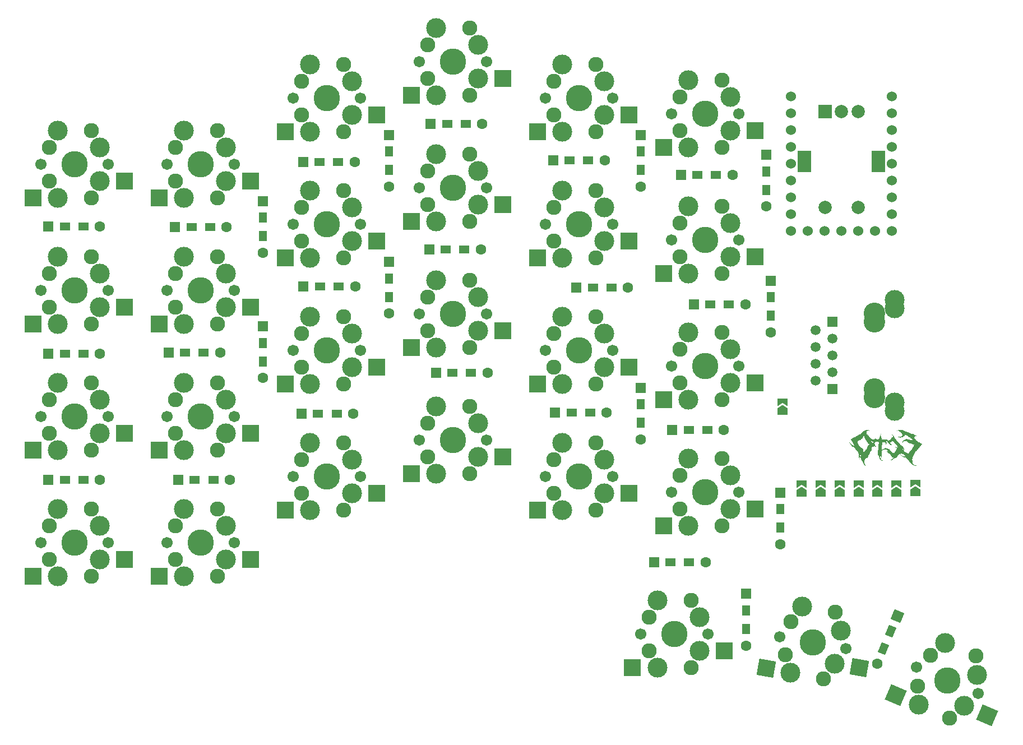
<source format=gbs>
G04 #@! TF.GenerationSoftware,KiCad,Pcbnew,8.0.8*
G04 #@! TF.CreationDate,2025-02-11T03:27:34+10:00*
G04 #@! TF.ProjectId,wetsocks54k,77657473-6f63-46b7-9335-346b2e6b6963,2*
G04 #@! TF.SameCoordinates,Original*
G04 #@! TF.FileFunction,Soldermask,Bot*
G04 #@! TF.FilePolarity,Negative*
%FSLAX46Y46*%
G04 Gerber Fmt 4.6, Leading zero omitted, Abs format (unit mm)*
G04 Created by KiCad (PCBNEW 8.0.8) date 2025-02-11 03:27:34*
%MOMM*%
%LPD*%
G01*
G04 APERTURE LIST*
G04 Aperture macros list*
%AMRotRect*
0 Rectangle, with rotation*
0 The origin of the aperture is its center*
0 $1 length*
0 $2 width*
0 $3 Rotation angle, in degrees counterclockwise*
0 Add horizontal line*
21,1,$1,$2,0,0,$3*%
%AMFreePoly0*
4,1,6,0.500000,-0.750000,-0.650000,-0.750000,-0.150000,0.000000,-0.650000,0.750000,0.500000,0.750000,0.500000,-0.750000,0.500000,-0.750000,$1*%
%AMFreePoly1*
4,1,6,1.000000,0.000000,0.500000,-0.750000,-0.500000,-0.750000,-0.500000,0.750000,0.500000,0.750000,1.000000,0.000000,1.000000,0.000000,$1*%
G04 Aperture macros list end*
%ADD10C,0.000000*%
%ADD11C,3.250000*%
%ADD12R,1.500000X1.500000*%
%ADD13C,1.500000*%
%ADD14C,3.000000*%
%ADD15R,1.600000X1.200000*%
%ADD16R,1.600000X1.600000*%
%ADD17C,1.600000*%
%ADD18C,1.701800*%
%ADD19C,3.987800*%
%ADD20R,2.550000X2.500000*%
%ADD21C,2.286000*%
%ADD22R,1.200000X1.600000*%
%ADD23C,1.524000*%
%ADD24RotRect,1.600000X1.200000X67.000000*%
%ADD25RotRect,1.600000X1.600000X67.000000*%
%ADD26RotRect,2.550000X2.500000X350.000000*%
%ADD27RotRect,2.550000X2.500000X337.000000*%
%ADD28FreePoly0,90.000000*%
%ADD29FreePoly1,90.000000*%
%ADD30R,2.000000X2.000000*%
%ADD31C,2.000000*%
%ADD32R,2.000000X3.200000*%
G04 APERTURE END LIST*
D10*
G36*
X165573326Y-109373902D02*
G01*
X165574231Y-109378656D01*
X165578345Y-109414588D01*
X165579238Y-109451242D01*
X165583404Y-109491492D01*
X165597252Y-109533156D01*
X165603010Y-109545732D01*
X165611113Y-109567383D01*
X165612308Y-109577933D01*
X165608885Y-109577220D01*
X165594173Y-109566528D01*
X165571111Y-109546371D01*
X165542841Y-109519807D01*
X165512504Y-109489894D01*
X165483239Y-109459691D01*
X165458188Y-109432254D01*
X165440492Y-109410643D01*
X165425542Y-109391546D01*
X165415196Y-109381884D01*
X165414184Y-109386763D01*
X165422523Y-109404775D01*
X165440227Y-109434509D01*
X165454607Y-109456508D01*
X165487193Y-109503103D01*
X165520402Y-109546888D01*
X165551479Y-109584459D01*
X165577668Y-109612408D01*
X165596212Y-109627329D01*
X165612580Y-109637489D01*
X165640482Y-109657546D01*
X165670361Y-109681160D01*
X165694324Y-109700652D01*
X165722752Y-109722816D01*
X165743294Y-109737748D01*
X165755567Y-109747198D01*
X165780538Y-109768663D01*
X165812250Y-109797379D01*
X165846698Y-109829782D01*
X165867612Y-109850109D01*
X165898647Y-109882487D01*
X165920008Y-109909486D01*
X165935157Y-109935787D01*
X165947558Y-109966067D01*
X165948716Y-109969257D01*
X165959933Y-109996379D01*
X165973565Y-110020207D01*
X165992688Y-110044740D01*
X166020378Y-110073982D01*
X166059712Y-110111933D01*
X166096534Y-110146377D01*
X166135022Y-110181717D01*
X166168557Y-110211863D01*
X166192593Y-110232683D01*
X166224034Y-110258242D01*
X166263660Y-110289382D01*
X166306005Y-110321828D01*
X166348068Y-110353356D01*
X166386848Y-110381746D01*
X166419346Y-110404775D01*
X166442559Y-110420222D01*
X166453489Y-110425865D01*
X166461362Y-110427846D01*
X166483166Y-110436673D01*
X166511517Y-110450176D01*
X166530381Y-110458780D01*
X166563141Y-110470067D01*
X166588474Y-110474487D01*
X166600629Y-110475858D01*
X166631036Y-110484619D01*
X166663178Y-110498798D01*
X166680943Y-110507827D01*
X166705564Y-110518818D01*
X166719794Y-110523109D01*
X166720252Y-110523061D01*
X166730473Y-110513998D01*
X166746040Y-110492291D01*
X166763774Y-110462331D01*
X166782001Y-110429732D01*
X166802472Y-110394803D01*
X166818589Y-110369037D01*
X166821537Y-110364823D01*
X166844999Y-110338519D01*
X166873709Y-110314322D01*
X166901876Y-110296602D01*
X166923712Y-110289724D01*
X166939709Y-110294340D01*
X166944727Y-110307690D01*
X166933290Y-110323461D01*
X166927453Y-110328230D01*
X166920441Y-110342147D01*
X166925238Y-110364088D01*
X166926667Y-110367949D01*
X166936241Y-110383763D01*
X166953119Y-110393032D01*
X166983363Y-110399446D01*
X167005175Y-110403271D01*
X167048371Y-110411948D01*
X167090116Y-110421404D01*
X167141367Y-110430152D01*
X167208553Y-110435240D01*
X167284059Y-110435924D01*
X167362398Y-110431993D01*
X167393824Y-110428577D01*
X167417258Y-110421712D01*
X167437128Y-110407719D01*
X167461374Y-110382637D01*
X167478953Y-110361433D01*
X167500329Y-110330111D01*
X167513181Y-110304141D01*
X167514965Y-110299196D01*
X167526485Y-110278622D01*
X167538532Y-110270275D01*
X167539259Y-110270282D01*
X167547680Y-110274403D01*
X167542640Y-110289085D01*
X167538536Y-110298302D01*
X167533285Y-110321084D01*
X167534054Y-110340107D01*
X167541042Y-110348070D01*
X167545418Y-110342295D01*
X167551157Y-110321835D01*
X167555890Y-110291686D01*
X167557230Y-110273034D01*
X167553799Y-110220883D01*
X167541182Y-110173093D01*
X167520971Y-110136733D01*
X167517185Y-110130902D01*
X167518624Y-110118475D01*
X167534908Y-110101859D01*
X167538542Y-110098588D01*
X167558886Y-110074585D01*
X167580593Y-110042007D01*
X167600284Y-110006792D01*
X167614577Y-109974879D01*
X167620093Y-109952207D01*
X167622181Y-109939676D01*
X167633052Y-109921549D01*
X167635260Y-109918919D01*
X167643881Y-109899901D01*
X167653688Y-109868649D01*
X167662959Y-109830408D01*
X167670687Y-109794484D01*
X167682460Y-109744777D01*
X167693622Y-109707047D01*
X167705848Y-109676730D01*
X167720816Y-109649262D01*
X167740200Y-109620080D01*
X167771160Y-109577805D01*
X167797456Y-109545322D01*
X167817812Y-109523646D01*
X167831023Y-109513683D01*
X167835887Y-109516339D01*
X167831201Y-109532522D01*
X167815761Y-109563137D01*
X167781736Y-109637306D01*
X167762255Y-109712250D01*
X167759648Y-109782136D01*
X167759977Y-109785737D01*
X167762932Y-109818978D01*
X167766946Y-109865126D01*
X167771534Y-109918566D01*
X167776208Y-109973683D01*
X167779452Y-110010017D01*
X167784893Y-110059221D01*
X167790572Y-110093563D01*
X167797022Y-110115947D01*
X167804776Y-110129272D01*
X167808360Y-110133451D01*
X167834639Y-110174854D01*
X167843753Y-110214621D01*
X167843834Y-110217239D01*
X167852434Y-110237861D01*
X167877356Y-110256136D01*
X167884606Y-110260536D01*
X167912227Y-110283782D01*
X167935536Y-110311770D01*
X167960112Y-110349307D01*
X167934836Y-110372733D01*
X167923797Y-110383997D01*
X167914113Y-110403385D01*
X167915814Y-110429502D01*
X167917939Y-110440168D01*
X167921454Y-110449619D01*
X167928381Y-110456962D01*
X167941005Y-110462691D01*
X167961610Y-110467301D01*
X167992480Y-110471287D01*
X168035898Y-110475143D01*
X168094150Y-110479363D01*
X168169519Y-110484443D01*
X168186065Y-110485500D01*
X168258470Y-110488883D01*
X168324370Y-110490001D01*
X168381193Y-110488946D01*
X168426368Y-110485810D01*
X168457322Y-110480685D01*
X168471483Y-110473663D01*
X168478746Y-110467013D01*
X168498678Y-110467176D01*
X168524669Y-110482427D01*
X168537158Y-110496058D01*
X168545198Y-110518061D01*
X168548502Y-110552929D01*
X168548708Y-110573079D01*
X168546822Y-110605373D01*
X168542722Y-110627301D01*
X168539772Y-110641856D01*
X168544278Y-110654617D01*
X168545039Y-110655197D01*
X168551132Y-110669500D01*
X168553630Y-110693529D01*
X168554830Y-110711253D01*
X168567533Y-110755228D01*
X168595019Y-110804099D01*
X168638424Y-110860093D01*
X168645443Y-110868360D01*
X168668025Y-110896286D01*
X168683824Y-110917921D01*
X168689771Y-110929140D01*
X168685043Y-110937218D01*
X168668656Y-110953656D01*
X168645375Y-110972961D01*
X168620283Y-110990631D01*
X168614366Y-110999521D01*
X168604688Y-111022602D01*
X168594348Y-111053840D01*
X168584514Y-111082975D01*
X168568456Y-111120788D01*
X168551281Y-111153199D01*
X168535369Y-111175846D01*
X168523103Y-111184364D01*
X168522559Y-111184393D01*
X168508243Y-111190294D01*
X168487597Y-111203354D01*
X168461721Y-111218120D01*
X168432076Y-111229019D01*
X168402903Y-111235693D01*
X168429767Y-111214089D01*
X168432877Y-111211424D01*
X168454174Y-111186125D01*
X168474344Y-111152525D01*
X168489382Y-111118171D01*
X168495284Y-111090608D01*
X168494407Y-111084897D01*
X168485490Y-111063027D01*
X168470060Y-111037181D01*
X168462439Y-111025873D01*
X168451680Y-111004789D01*
X168449742Y-110983996D01*
X168454892Y-110954001D01*
X168459730Y-110925992D01*
X168458866Y-110904368D01*
X168450563Y-110887772D01*
X168450468Y-110887642D01*
X168437552Y-110869896D01*
X168417678Y-110842290D01*
X168395107Y-110810746D01*
X168393417Y-110808391D01*
X168371344Y-110779890D01*
X168352061Y-110758690D01*
X168339571Y-110749229D01*
X168331389Y-110747932D01*
X168336940Y-110753695D01*
X168337473Y-110754095D01*
X168349706Y-110768953D01*
X168355810Y-110778819D01*
X168365468Y-110794431D01*
X168381171Y-110823836D01*
X168393225Y-110850472D01*
X168398041Y-110867647D01*
X168400284Y-110876350D01*
X168412627Y-110892634D01*
X168418755Y-110900005D01*
X168425898Y-110917437D01*
X168427523Y-110933930D01*
X168422039Y-110941256D01*
X168421127Y-110941148D01*
X168407299Y-110936712D01*
X168384627Y-110927786D01*
X168377460Y-110924988D01*
X168334452Y-110913445D01*
X168275412Y-110904589D01*
X168198692Y-110898155D01*
X168189541Y-110897574D01*
X168148095Y-110894723D01*
X168098596Y-110891084D01*
X168049850Y-110887297D01*
X167959354Y-110880037D01*
X167965978Y-110908215D01*
X167974550Y-110930736D01*
X167988824Y-110950980D01*
X167991927Y-110953782D01*
X168014993Y-110977053D01*
X168022943Y-110994682D01*
X168016188Y-111012143D01*
X167995142Y-111034911D01*
X167983269Y-111047222D01*
X167962334Y-111072985D01*
X167950007Y-111093859D01*
X167946432Y-111107217D01*
X167943009Y-111137643D01*
X167942801Y-111171408D01*
X167945710Y-111200990D01*
X167951637Y-111218867D01*
X167952893Y-111223372D01*
X167952095Y-111244236D01*
X167947287Y-111276753D01*
X167939088Y-111316111D01*
X167935111Y-111333955D01*
X167925346Y-111392081D01*
X167919572Y-111456798D01*
X167917149Y-111534441D01*
X167916974Y-111548681D01*
X167916115Y-111603465D01*
X167914851Y-111670970D01*
X167913286Y-111746125D01*
X167911525Y-111823859D01*
X167911229Y-111835896D01*
X167909672Y-111899104D01*
X167908500Y-111948091D01*
X167907405Y-112005007D01*
X167906823Y-112051586D01*
X167906769Y-112085552D01*
X167907259Y-112104628D01*
X167908308Y-112106540D01*
X167909848Y-112101446D01*
X167924511Y-112077831D01*
X167952777Y-112044894D01*
X167993153Y-112004434D01*
X168028833Y-111971704D01*
X168065586Y-111942063D01*
X168098489Y-111921403D01*
X168132265Y-111906397D01*
X168161433Y-111896072D01*
X168188055Y-111887721D01*
X168202620Y-111884517D01*
X168208474Y-111883801D01*
X168233411Y-111874501D01*
X168241843Y-111869931D01*
X168573079Y-111869931D01*
X168577941Y-111874793D01*
X168582804Y-111869931D01*
X168577941Y-111865069D01*
X168573079Y-111869931D01*
X168241843Y-111869931D01*
X168265701Y-111857001D01*
X168299763Y-111834547D01*
X168330016Y-111810387D01*
X168331300Y-111809238D01*
X168371569Y-111781627D01*
X168416917Y-111763349D01*
X168462433Y-111755291D01*
X168503206Y-111758343D01*
X168534325Y-111773394D01*
X168538545Y-111776432D01*
X168561070Y-111787121D01*
X168590240Y-111796435D01*
X168595106Y-111797651D01*
X168634197Y-111807423D01*
X168671680Y-111816801D01*
X168692630Y-111822468D01*
X168731205Y-111833956D01*
X168770200Y-111846507D01*
X168782066Y-111850317D01*
X168820759Y-111859475D01*
X168863214Y-111863591D01*
X168917138Y-111863559D01*
X168957742Y-111863457D01*
X169013087Y-111868896D01*
X169016220Y-111869931D01*
X169052519Y-111881921D01*
X169077530Y-111903135D01*
X169089615Y-111933139D01*
X169102985Y-111980468D01*
X169135603Y-112043936D01*
X169182789Y-112103484D01*
X169205163Y-112128041D01*
X169238953Y-112168225D01*
X169267656Y-112205590D01*
X169271380Y-112210612D01*
X169291657Y-112235246D01*
X169319307Y-112266246D01*
X169351417Y-112300637D01*
X169385076Y-112335445D01*
X169417371Y-112367695D01*
X169445390Y-112394413D01*
X169466221Y-112412625D01*
X169476952Y-112419357D01*
X169485091Y-112423878D01*
X169504261Y-112437902D01*
X169529573Y-112458121D01*
X169551999Y-112474933D01*
X169584837Y-112495031D01*
X169612051Y-112506900D01*
X169615475Y-112507902D01*
X169643968Y-112518657D01*
X169665136Y-112530350D01*
X169670456Y-112534706D01*
X169674506Y-112542279D01*
X169665529Y-112549539D01*
X169640825Y-112559750D01*
X169636260Y-112561472D01*
X169613534Y-112568619D01*
X169592542Y-112570851D01*
X169566418Y-112568235D01*
X169528293Y-112560835D01*
X169526965Y-112560554D01*
X169488518Y-112550931D01*
X169454982Y-112540031D01*
X169433481Y-112530159D01*
X169433036Y-112529869D01*
X169416309Y-112520463D01*
X169409373Y-112519551D01*
X169415829Y-112528334D01*
X169436924Y-112542036D01*
X169468457Y-112557504D01*
X169506051Y-112572621D01*
X169545330Y-112585273D01*
X169614234Y-112604368D01*
X169669322Y-112582364D01*
X169704039Y-112565784D01*
X169735333Y-112542092D01*
X169766654Y-112506876D01*
X169788838Y-112479050D01*
X169817018Y-112444264D01*
X169840089Y-112416362D01*
X169849271Y-112404880D01*
X169868875Y-112376507D01*
X169881264Y-112353154D01*
X169882130Y-112350909D01*
X169915867Y-112285528D01*
X169961230Y-112227668D01*
X169961360Y-112227534D01*
X169984514Y-112196626D01*
X169992929Y-112168630D01*
X169992968Y-112166820D01*
X169999863Y-112134693D01*
X170016485Y-112093840D01*
X170039758Y-112049604D01*
X170066607Y-112007328D01*
X170093958Y-111972354D01*
X170118737Y-111950026D01*
X170135841Y-111937716D01*
X170144902Y-111922999D01*
X170143196Y-111902300D01*
X170141681Y-111880575D01*
X170148367Y-111860275D01*
X170153783Y-111848546D01*
X170152967Y-111825167D01*
X170151404Y-111819903D01*
X170151271Y-111808526D01*
X170162698Y-111810119D01*
X170166645Y-111811241D01*
X170188981Y-111814734D01*
X170223147Y-111818137D01*
X170263495Y-111820849D01*
X170287806Y-111822070D01*
X170314824Y-111823103D01*
X170324176Y-111822669D01*
X170316964Y-111820622D01*
X170294289Y-111816819D01*
X170274414Y-111812889D01*
X170354355Y-111812889D01*
X170362359Y-111816447D01*
X170367507Y-111815745D01*
X170368842Y-111809964D01*
X170367417Y-111808800D01*
X170355877Y-111809964D01*
X170354355Y-111812889D01*
X170274414Y-111812889D01*
X170262110Y-111810456D01*
X170205755Y-111794235D01*
X170153285Y-111773514D01*
X170112466Y-111751099D01*
X170084447Y-111734432D01*
X170052963Y-111719453D01*
X170046825Y-111716764D01*
X170031010Y-111706249D01*
X170016038Y-111688831D01*
X169999153Y-111660819D01*
X169977599Y-111618522D01*
X169965541Y-111593391D01*
X169949539Y-111558172D01*
X169938563Y-111531567D01*
X169934488Y-111517947D01*
X169930318Y-111507622D01*
X169915039Y-111493287D01*
X169900600Y-111481764D01*
X169896561Y-111470763D01*
X169908482Y-111466370D01*
X169918390Y-111469031D01*
X169939403Y-111486214D01*
X169961490Y-111516130D01*
X169981553Y-111555023D01*
X169982657Y-111557554D01*
X170008192Y-111598060D01*
X170047847Y-111632640D01*
X170053480Y-111636543D01*
X170074797Y-111650368D01*
X170093268Y-111658711D01*
X170114466Y-111662784D01*
X170143960Y-111663797D01*
X170187321Y-111662961D01*
X170279702Y-111660559D01*
X170310526Y-111625957D01*
X170316992Y-111619241D01*
X170357973Y-111590490D01*
X170409160Y-111570865D01*
X170463580Y-111563225D01*
X170493638Y-111562835D01*
X170465457Y-111547573D01*
X170447772Y-111540860D01*
X170412548Y-111536698D01*
X170363804Y-111539119D01*
X170299151Y-111548131D01*
X170297058Y-111548454D01*
X170266127Y-111549866D01*
X170232859Y-111547247D01*
X170223273Y-111545426D01*
X170195497Y-111535592D01*
X170177685Y-111522641D01*
X170171649Y-111509618D01*
X170179196Y-111499570D01*
X170202139Y-111495543D01*
X170204638Y-111495472D01*
X170227711Y-111485641D01*
X170240960Y-111461237D01*
X170242717Y-111425151D01*
X170242351Y-111422487D01*
X170235876Y-111403454D01*
X170220895Y-111379847D01*
X170195391Y-111348894D01*
X170157345Y-111307821D01*
X170084141Y-111231980D01*
X170008246Y-111154787D01*
X169936754Y-111083499D01*
X169873938Y-111022419D01*
X169869333Y-111017948D01*
X169832981Y-110977134D01*
X169797079Y-110926012D01*
X169758657Y-110860406D01*
X169734339Y-110818262D01*
X169704238Y-110770571D01*
X169675172Y-110728591D01*
X169651006Y-110698147D01*
X169602946Y-110644663D01*
X169608842Y-110678698D01*
X169609978Y-110705199D01*
X169599444Y-110749200D01*
X169590996Y-110767905D01*
X169581172Y-110783277D01*
X169576307Y-110780341D01*
X169576750Y-110758947D01*
X169576792Y-110744757D01*
X169568427Y-110729451D01*
X169545898Y-110715411D01*
X169543549Y-110714241D01*
X169521096Y-110704734D01*
X169505505Y-110704788D01*
X169487552Y-110714215D01*
X169463433Y-110731537D01*
X169438014Y-110752890D01*
X169437108Y-110753715D01*
X169412652Y-110769441D01*
X169388555Y-110775942D01*
X169378998Y-110777814D01*
X169351374Y-110791233D01*
X169315484Y-110814839D01*
X169313033Y-110816451D01*
X169265915Y-110852139D01*
X169211961Y-110896967D01*
X169184725Y-110920473D01*
X169176668Y-110899260D01*
X169171373Y-110884215D01*
X169163704Y-110858599D01*
X169161820Y-110854617D01*
X169159180Y-110862082D01*
X169157668Y-110884153D01*
X169157841Y-110898985D01*
X169165936Y-110947078D01*
X169183954Y-110987543D01*
X169209704Y-111014872D01*
X169219199Y-111023404D01*
X169237611Y-111049882D01*
X169253885Y-111084763D01*
X169263021Y-111106615D01*
X169282243Y-111144192D01*
X169301471Y-111173838D01*
X169307836Y-111182144D01*
X169326980Y-111209098D01*
X169340238Y-111230555D01*
X169352062Y-111244534D01*
X169371061Y-111252435D01*
X169383772Y-111254115D01*
X169411665Y-111261027D01*
X169444546Y-111271462D01*
X169446164Y-111272028D01*
X169482929Y-111282819D01*
X169513310Y-111285544D01*
X169547736Y-111281186D01*
X169563595Y-111278426D01*
X169598605Y-111273737D01*
X169625566Y-111271883D01*
X169626283Y-111271877D01*
X169654649Y-111265811D01*
X169682585Y-111251773D01*
X169693487Y-111244552D01*
X169707545Y-111238676D01*
X169709256Y-111244072D01*
X169699037Y-111258534D01*
X169677301Y-111279857D01*
X169655879Y-111295278D01*
X169614746Y-111316152D01*
X169566820Y-111333809D01*
X169517946Y-111346513D01*
X169473967Y-111352529D01*
X169440729Y-111350121D01*
X169434141Y-111348452D01*
X169397834Y-111342311D01*
X169360751Y-111339581D01*
X169353396Y-111339336D01*
X169314289Y-111334467D01*
X169278738Y-111325472D01*
X169269767Y-111322505D01*
X169245590Y-111316905D01*
X169231620Y-111317321D01*
X169219516Y-111318589D01*
X169201253Y-111311093D01*
X169186351Y-111298410D01*
X169182549Y-111285551D01*
X169182229Y-111281386D01*
X169172762Y-111263439D01*
X169153212Y-111235714D01*
X169125955Y-111201075D01*
X169093372Y-111162385D01*
X169057841Y-111122509D01*
X169021741Y-111084311D01*
X168987451Y-111050654D01*
X168953467Y-111021383D01*
X168926670Y-111004703D01*
X168904843Y-110999602D01*
X168882880Y-110995663D01*
X168864278Y-110984374D01*
X168848671Y-110970423D01*
X168825035Y-110955389D01*
X168810266Y-110945107D01*
X168797262Y-110924995D01*
X168787680Y-110891500D01*
X168772604Y-110833158D01*
X168764182Y-110807085D01*
X169168264Y-110807085D01*
X169169549Y-110826994D01*
X169172925Y-110828644D01*
X169174453Y-110814839D01*
X169173098Y-110801462D01*
X169169549Y-110802684D01*
X169168264Y-110807085D01*
X168764182Y-110807085D01*
X168749979Y-110763116D01*
X168723763Y-110693996D01*
X168697180Y-110634939D01*
X168680347Y-110597454D01*
X168671066Y-110562171D01*
X168669335Y-110524366D01*
X168670561Y-110504824D01*
X168675165Y-110473186D01*
X168681613Y-110452112D01*
X168687439Y-110441878D01*
X168694864Y-110437840D01*
X168705638Y-110450282D01*
X168713375Y-110464101D01*
X168718944Y-110485734D01*
X168722120Y-110497494D01*
X168734845Y-110515525D01*
X168759198Y-110540524D01*
X168797191Y-110574779D01*
X168802050Y-110578403D01*
X168833525Y-110590510D01*
X168882445Y-110597749D01*
X168904555Y-110599248D01*
X168938690Y-110598662D01*
X168968718Y-110592018D01*
X169004592Y-110577683D01*
X169032774Y-110565742D01*
X169058720Y-110556014D01*
X169072966Y-110552282D01*
X169082796Y-110550267D01*
X169108226Y-110538050D01*
X169139019Y-110518139D01*
X169169816Y-110494471D01*
X169195262Y-110470980D01*
X169209998Y-110451603D01*
X169210367Y-110450841D01*
X169228728Y-110426150D01*
X169251845Y-110410125D01*
X169269014Y-110399247D01*
X169290066Y-110373965D01*
X169314224Y-110332606D01*
X169315991Y-110329272D01*
X169336807Y-110293322D01*
X169357781Y-110262005D01*
X169374626Y-110241771D01*
X169377240Y-110239263D01*
X169393149Y-110221176D01*
X169399649Y-110208569D01*
X169400072Y-110204596D01*
X169411535Y-110185487D01*
X169433188Y-110169810D01*
X169457668Y-110163308D01*
X169473946Y-110160989D01*
X169499321Y-110147907D01*
X169516215Y-110127672D01*
X169519257Y-110105339D01*
X169517065Y-110094457D01*
X169519128Y-110086192D01*
X169527786Y-110093549D01*
X169541144Y-110115637D01*
X169543268Y-110119854D01*
X169550788Y-110140777D01*
X169551216Y-110163316D01*
X169544951Y-110195863D01*
X169541860Y-110208282D01*
X169520520Y-110270444D01*
X169493289Y-110319436D01*
X169491357Y-110322384D01*
X169494414Y-110321361D01*
X169507745Y-110308585D01*
X169510355Y-110305840D01*
X169526426Y-110284420D01*
X169541500Y-110254806D01*
X169557183Y-110213372D01*
X169575080Y-110156494D01*
X169579376Y-110140149D01*
X169582114Y-110108354D01*
X169575228Y-110072857D01*
X169568649Y-110037640D01*
X169572603Y-109996186D01*
X169573513Y-109992749D01*
X169576666Y-109968806D01*
X169572467Y-109943041D01*
X169559820Y-109907890D01*
X169550259Y-109882717D01*
X169543127Y-109859653D01*
X169542099Y-109849061D01*
X169541696Y-109846172D01*
X169531370Y-109833716D01*
X169511766Y-109816002D01*
X169495179Y-109799770D01*
X169472858Y-109773559D01*
X169449081Y-109742533D01*
X169426624Y-109710648D01*
X169408261Y-109681861D01*
X169396768Y-109660128D01*
X169394920Y-109649405D01*
X169401527Y-109651296D01*
X169418502Y-109663650D01*
X169441181Y-109684004D01*
X169461233Y-109702004D01*
X169498814Y-109731922D01*
X169535790Y-109757799D01*
X169559163Y-109774015D01*
X169598403Y-109805476D01*
X169631479Y-109836580D01*
X169652334Y-109857574D01*
X169671716Y-109874721D01*
X169682531Y-109881301D01*
X169686550Y-109882886D01*
X169691379Y-109895735D01*
X169692888Y-109901992D01*
X169701936Y-109924210D01*
X169717562Y-109957719D01*
X169737930Y-109998907D01*
X169761198Y-110044160D01*
X169785528Y-110089864D01*
X169809082Y-110132405D01*
X169830019Y-110168170D01*
X169834419Y-110175368D01*
X169865015Y-110224186D01*
X169889440Y-110259965D01*
X169910519Y-110286274D01*
X169931077Y-110306682D01*
X169953937Y-110324757D01*
X169974058Y-110341676D01*
X170005453Y-110374719D01*
X170031732Y-110409470D01*
X170032341Y-110410418D01*
X170055542Y-110446190D01*
X170083470Y-110488803D01*
X170110215Y-110529242D01*
X170131238Y-110561318D01*
X170158336Y-110604341D01*
X170179662Y-110640266D01*
X170193948Y-110666832D01*
X170199926Y-110681777D01*
X170196329Y-110682839D01*
X170194289Y-110681304D01*
X170177322Y-110668549D01*
X170150709Y-110648554D01*
X170119251Y-110624927D01*
X170118114Y-110624072D01*
X170080738Y-110594947D01*
X170043230Y-110564121D01*
X170013546Y-110538129D01*
X170005035Y-110530336D01*
X169986477Y-110514696D01*
X169979604Y-110512208D01*
X169983088Y-110522179D01*
X169988846Y-110531662D01*
X170012554Y-110560820D01*
X170046968Y-110595967D01*
X170088234Y-110633676D01*
X170132493Y-110670520D01*
X170175891Y-110703073D01*
X170214572Y-110727906D01*
X170240090Y-110743081D01*
X170286412Y-110772795D01*
X170336093Y-110806638D01*
X170382007Y-110839844D01*
X170411505Y-110862428D01*
X170447778Y-110892717D01*
X170475913Y-110921129D01*
X170500935Y-110952959D01*
X170527872Y-110993500D01*
X170561445Y-111046402D01*
X170597930Y-111103413D01*
X170626826Y-111147551D01*
X170649696Y-111180866D01*
X170668099Y-111205411D01*
X170683599Y-111223240D01*
X170697755Y-111236404D01*
X170712130Y-111246955D01*
X170728284Y-111256947D01*
X170747776Y-111269333D01*
X170783650Y-111295476D01*
X170812715Y-111320505D01*
X170816562Y-111324286D01*
X170850206Y-111356044D01*
X170878406Y-111379374D01*
X170907904Y-111399900D01*
X170930126Y-111411455D01*
X170964358Y-111425787D01*
X171004181Y-111440483D01*
X171043742Y-111453505D01*
X171077189Y-111462814D01*
X171098670Y-111466370D01*
X171115124Y-111470728D01*
X171126160Y-111485920D01*
X171132585Y-111514769D01*
X171135510Y-111560098D01*
X171141037Y-111610260D01*
X171159467Y-111662203D01*
X171174497Y-111690931D01*
X171212653Y-111765237D01*
X171242641Y-111826498D01*
X171265605Y-111877555D01*
X171282688Y-111921253D01*
X171295034Y-111960436D01*
X171303787Y-111997946D01*
X171310091Y-112036627D01*
X171311223Y-112046237D01*
X171311688Y-112076101D01*
X171306773Y-112092459D01*
X171297668Y-112093358D01*
X171285565Y-112076846D01*
X171266013Y-112042355D01*
X171236835Y-112000653D01*
X171207412Y-111967858D01*
X171181461Y-111948551D01*
X171179616Y-111947634D01*
X171154964Y-111929900D01*
X171138645Y-111909064D01*
X171123533Y-111890279D01*
X171092629Y-111878349D01*
X171082876Y-111876218D01*
X171048561Y-111866058D01*
X171013891Y-111852933D01*
X171008475Y-111850624D01*
X170942275Y-111827184D01*
X170877582Y-111812289D01*
X170821360Y-111807579D01*
X170775644Y-111808435D01*
X170781465Y-111809964D01*
X170838853Y-111825037D01*
X170870992Y-111833956D01*
X170907421Y-111846825D01*
X170937856Y-111862942D01*
X170968744Y-111885939D01*
X171006536Y-111919445D01*
X171013359Y-111925568D01*
X171051804Y-111956673D01*
X171097097Y-111989420D01*
X171140825Y-112017657D01*
X171176186Y-112039279D01*
X171202246Y-112057880D01*
X171220425Y-112076370D01*
X171235436Y-112099616D01*
X171251994Y-112132488D01*
X171260952Y-112149923D01*
X171308717Y-112220445D01*
X171371984Y-112287433D01*
X171447582Y-112347877D01*
X171532341Y-112398764D01*
X171562437Y-112413438D01*
X171606059Y-112432512D01*
X171644293Y-112446823D01*
X171671317Y-112454055D01*
X171684017Y-112456718D01*
X171725888Y-112472706D01*
X171770362Y-112498453D01*
X171781012Y-112505490D01*
X171821276Y-112528389D01*
X171858871Y-112544607D01*
X171889472Y-112552518D01*
X171908755Y-112550497D01*
X171913152Y-112545952D01*
X171918255Y-112528639D01*
X171918702Y-112525957D01*
X171926695Y-112525286D01*
X171942258Y-112536037D01*
X171962203Y-112554967D01*
X171983341Y-112578836D01*
X172002485Y-112604404D01*
X172016444Y-112628430D01*
X172023975Y-112646024D01*
X172034728Y-112688410D01*
X172031170Y-112727505D01*
X172012407Y-112767555D01*
X171977541Y-112812808D01*
X171952291Y-112841597D01*
X171986326Y-112816455D01*
X172004651Y-112800688D01*
X172039050Y-112754129D01*
X172061922Y-112696096D01*
X172072563Y-112630000D01*
X172070271Y-112559248D01*
X172054339Y-112487249D01*
X172053291Y-112483949D01*
X172037592Y-112411109D01*
X172039141Y-112347110D01*
X172058062Y-112291580D01*
X172094479Y-112244142D01*
X172148519Y-112204425D01*
X172172935Y-112189853D01*
X172217650Y-112159094D01*
X172259637Y-112123628D01*
X172301236Y-112080946D01*
X172344791Y-112028540D01*
X172392643Y-111963900D01*
X172447134Y-111884517D01*
X172449086Y-111881614D01*
X172473337Y-111847568D01*
X172496895Y-111817574D01*
X172514915Y-111797828D01*
X172526419Y-111784423D01*
X172545012Y-111754368D01*
X172560705Y-111720033D01*
X172570007Y-111697416D01*
X172587341Y-111662229D01*
X172603676Y-111635929D01*
X172604247Y-111635174D01*
X172624129Y-111604550D01*
X172640421Y-111572720D01*
X172646596Y-111560107D01*
X172665665Y-111529204D01*
X172688347Y-111498950D01*
X172703002Y-111480417D01*
X172727930Y-111441286D01*
X172741151Y-111407685D01*
X172741076Y-111383108D01*
X172738294Y-111378702D01*
X172721005Y-111364842D01*
X172695095Y-111351848D01*
X172692931Y-111350994D01*
X172670788Y-111341106D01*
X172664933Y-111334526D01*
X172673209Y-111329000D01*
X172703330Y-111322300D01*
X172750331Y-111321919D01*
X172803314Y-111329412D01*
X172856089Y-111344262D01*
X172894539Y-111358958D01*
X172931786Y-111376656D01*
X172957757Y-111395534D01*
X172976772Y-111418927D01*
X172993149Y-111450175D01*
X173003529Y-111471331D01*
X173012677Y-111485889D01*
X173016333Y-111485819D01*
X173016287Y-111483453D01*
X173009845Y-111458207D01*
X172995350Y-111426355D01*
X172976654Y-111395329D01*
X172957612Y-111372560D01*
X172951648Y-111367403D01*
X172928436Y-111348585D01*
X172896723Y-111323860D01*
X172861565Y-111297197D01*
X172837824Y-111279910D01*
X172803640Y-111257904D01*
X172777482Y-111246174D01*
X172755434Y-111242710D01*
X172753478Y-111242661D01*
X172725239Y-111236718D01*
X172685507Y-111221989D01*
X172638695Y-111200084D01*
X172610327Y-111185876D01*
X172535088Y-111150880D01*
X172465940Y-111122577D01*
X172406275Y-111102287D01*
X172359486Y-111091332D01*
X172355378Y-111090670D01*
X172320787Y-111083090D01*
X172277641Y-111071316D01*
X172234297Y-111057600D01*
X172225509Y-111054617D01*
X172184596Y-111041395D01*
X172147899Y-111030495D01*
X172122467Y-111024034D01*
X172120838Y-111023693D01*
X172092303Y-111016158D01*
X172052991Y-111004008D01*
X172008790Y-110989263D01*
X171965587Y-110973945D01*
X171929269Y-110960072D01*
X171905723Y-110949665D01*
X171894533Y-110943144D01*
X171875376Y-110923609D01*
X171869782Y-110896692D01*
X171863649Y-110881977D01*
X171846272Y-110860510D01*
X171823209Y-110838651D01*
X171800080Y-110821671D01*
X171782505Y-110814839D01*
X171778640Y-110813287D01*
X171762365Y-110801198D01*
X171738005Y-110779733D01*
X171709215Y-110752024D01*
X171709201Y-110752010D01*
X171678508Y-110721989D01*
X171655379Y-110702622D01*
X171633866Y-110690578D01*
X171608020Y-110682528D01*
X171571893Y-110675140D01*
X171537939Y-110669237D01*
X171507024Y-110666104D01*
X171483409Y-110667723D01*
X171460661Y-110674030D01*
X171451215Y-110677096D01*
X171414502Y-110686410D01*
X171376934Y-110693124D01*
X171344532Y-110697746D01*
X171280025Y-110710435D01*
X171227463Y-110726908D01*
X171181636Y-110748647D01*
X171158646Y-110762355D01*
X171138385Y-110776356D01*
X171130583Y-110784546D01*
X171124678Y-110795937D01*
X171110324Y-110813469D01*
X171106682Y-110817637D01*
X171090938Y-110849886D01*
X171090273Y-110890539D01*
X171104833Y-110940706D01*
X171134761Y-111001496D01*
X171145449Y-111020855D01*
X171161647Y-111052673D01*
X171171586Y-111075786D01*
X171173434Y-111086184D01*
X171172320Y-111086475D01*
X171160895Y-111079493D01*
X171141082Y-111061662D01*
X171116393Y-111036068D01*
X171110904Y-111030115D01*
X171086064Y-111004725D01*
X171066262Y-110986888D01*
X171055373Y-110980153D01*
X171046214Y-110971668D01*
X171037487Y-110947514D01*
X171030296Y-110911581D01*
X171025414Y-110867769D01*
X171023615Y-110819980D01*
X171027194Y-110769012D01*
X171045406Y-110701433D01*
X171078404Y-110644947D01*
X171125486Y-110601065D01*
X171163140Y-110577112D01*
X171218625Y-110548489D01*
X171269514Y-110529885D01*
X171311266Y-110523204D01*
X171323784Y-110522810D01*
X171341542Y-110520211D01*
X171361658Y-110513893D01*
X171387769Y-110502382D01*
X171423513Y-110484205D01*
X171472527Y-110457888D01*
X171476744Y-110455544D01*
X171512771Y-110431914D01*
X171548383Y-110403331D01*
X171578051Y-110374594D01*
X171596246Y-110350501D01*
X171602787Y-110341717D01*
X171627323Y-110329197D01*
X171661067Y-110327805D01*
X171699457Y-110337314D01*
X171737927Y-110357500D01*
X171740777Y-110359444D01*
X171781196Y-110383427D01*
X171828649Y-110404739D01*
X171887234Y-110425001D01*
X171961048Y-110445836D01*
X171977643Y-110450422D01*
X172018349Y-110463642D01*
X172052098Y-110477251D01*
X172072878Y-110488932D01*
X172072975Y-110489011D01*
X172096979Y-110501880D01*
X172135247Y-110514939D01*
X172182722Y-110526459D01*
X172227956Y-110534747D01*
X172262008Y-110538282D01*
X172291546Y-110537241D01*
X172323725Y-110531900D01*
X172355174Y-110526154D01*
X172378873Y-110525614D01*
X172401465Y-110532009D01*
X172432018Y-110546569D01*
X172455716Y-110557320D01*
X172485080Y-110567241D01*
X172504951Y-110569870D01*
X172516404Y-110564251D01*
X172525510Y-110544937D01*
X172525607Y-110516871D01*
X172516920Y-110484982D01*
X172499674Y-110454199D01*
X172494554Y-110447126D01*
X172473087Y-110413851D01*
X172454074Y-110379805D01*
X172434285Y-110349778D01*
X172397049Y-110320274D01*
X172386140Y-110314984D01*
X172343113Y-110296829D01*
X172294628Y-110279444D01*
X172246474Y-110264653D01*
X172204441Y-110254278D01*
X172174317Y-110250143D01*
X172154796Y-110249243D01*
X172147588Y-110246527D01*
X172156502Y-110241173D01*
X172157522Y-110240776D01*
X172179157Y-110237427D01*
X172214480Y-110236552D01*
X172258353Y-110237898D01*
X172305637Y-110241210D01*
X172351194Y-110246234D01*
X172389886Y-110252716D01*
X172414697Y-110260339D01*
X172453316Y-110275881D01*
X172498404Y-110296592D01*
X172544508Y-110320096D01*
X172554361Y-110325365D01*
X172596363Y-110346705D01*
X172622043Y-110357496D01*
X172631356Y-110357804D01*
X172624257Y-110347694D01*
X172600702Y-110327231D01*
X172560646Y-110296480D01*
X172560025Y-110296020D01*
X172529977Y-110275856D01*
X172494417Y-110256274D01*
X172450693Y-110236140D01*
X172396154Y-110214319D01*
X172328147Y-110189678D01*
X172244021Y-110161083D01*
X172163711Y-110134177D01*
X172097458Y-110111503D01*
X172043621Y-110092468D01*
X171999098Y-110075997D01*
X171984019Y-110068477D01*
X171955037Y-110048999D01*
X171926165Y-110024954D01*
X171923351Y-110022366D01*
X171892471Y-109997015D01*
X171853351Y-109968501D01*
X171813754Y-109942515D01*
X171799421Y-109933659D01*
X171770650Y-109914733D01*
X171755164Y-109901476D01*
X171750241Y-109891120D01*
X171753159Y-109880895D01*
X171756234Y-109873121D01*
X171753805Y-109862432D01*
X171740004Y-109850193D01*
X171711794Y-109832879D01*
X171648230Y-109801707D01*
X171554557Y-109773366D01*
X171458186Y-109763580D01*
X171455429Y-109763572D01*
X171415120Y-109762488D01*
X171386712Y-109758464D01*
X171363092Y-109749811D01*
X171337147Y-109734838D01*
X171318771Y-109723811D01*
X171294253Y-109711181D01*
X171279407Y-109706263D01*
X171270177Y-109702424D01*
X171250305Y-109687811D01*
X171226483Y-109666023D01*
X171222039Y-109661580D01*
X171201932Y-109641799D01*
X171193502Y-109635054D01*
X171194982Y-109640705D01*
X171204603Y-109658115D01*
X171209280Y-109665434D01*
X171228997Y-109690797D01*
X171256682Y-109722238D01*
X171287893Y-109754608D01*
X171301954Y-109768947D01*
X171329324Y-109799639D01*
X171349603Y-109826208D01*
X171359186Y-109844126D01*
X171360056Y-109865764D01*
X171349836Y-109898031D01*
X171330091Y-109928149D01*
X171304846Y-109950408D01*
X171278128Y-109959096D01*
X171256777Y-109964269D01*
X171224654Y-109978970D01*
X171187797Y-110000185D01*
X171151451Y-110024879D01*
X171120859Y-110050021D01*
X171085871Y-110082532D01*
X171059699Y-110104382D01*
X171036916Y-110117993D01*
X171012051Y-110125824D01*
X170979637Y-110130336D01*
X170934203Y-110133989D01*
X170914066Y-110135709D01*
X170857940Y-110142086D01*
X170802131Y-110150289D01*
X170756196Y-110158975D01*
X170678401Y-110176425D01*
X170576295Y-110144670D01*
X170556935Y-110138630D01*
X170482870Y-110115035D01*
X170424728Y-110095480D01*
X170380202Y-110079072D01*
X170346984Y-110064918D01*
X170322764Y-110052126D01*
X170305235Y-110039802D01*
X170300331Y-110035678D01*
X170280359Y-110016166D01*
X170277228Y-110006345D01*
X170290823Y-110006384D01*
X170321031Y-110016452D01*
X170349934Y-110025043D01*
X170395094Y-110034332D01*
X170449301Y-110042848D01*
X170507145Y-110049849D01*
X170563213Y-110054593D01*
X170612095Y-110056340D01*
X170628091Y-110055338D01*
X170676531Y-110044754D01*
X170735699Y-110023312D01*
X170746991Y-110018613D01*
X170787545Y-110002185D01*
X170823643Y-109988181D01*
X170848577Y-109979222D01*
X170893218Y-109959953D01*
X170941641Y-109923501D01*
X170974926Y-109876578D01*
X170980844Y-109863762D01*
X170988857Y-109841089D01*
X170992993Y-109816300D01*
X170993979Y-109783643D01*
X170992545Y-109737365D01*
X170990974Y-109705665D01*
X170988132Y-109673269D01*
X170982942Y-109644757D01*
X170974030Y-109617874D01*
X170960024Y-109590364D01*
X170955454Y-109583580D01*
X171905048Y-109583580D01*
X171906510Y-109586624D01*
X171923117Y-109587675D01*
X171926137Y-109587611D01*
X171939053Y-109585928D01*
X171935088Y-109582832D01*
X171925219Y-109581269D01*
X171905915Y-109583192D01*
X171905048Y-109583580D01*
X170955454Y-109583580D01*
X170939551Y-109559972D01*
X170920969Y-109536653D01*
X171690099Y-109536653D01*
X171703979Y-109543384D01*
X171735815Y-109554616D01*
X171752915Y-109559663D01*
X171796213Y-109569466D01*
X171835598Y-109575066D01*
X171853697Y-109576186D01*
X171865253Y-109575982D01*
X171859909Y-109573925D01*
X171858650Y-109573665D01*
X171836061Y-109568391D01*
X171802168Y-109559864D01*
X171763802Y-109549799D01*
X171746138Y-109545197D01*
X171712183Y-109537387D01*
X171693169Y-109534597D01*
X171690099Y-109536653D01*
X170920969Y-109536653D01*
X170911238Y-109524442D01*
X170873711Y-109481519D01*
X170825597Y-109428948D01*
X170765524Y-109364473D01*
X170760829Y-109359653D01*
X170728941Y-109332074D01*
X170688594Y-109302802D01*
X170647362Y-109277414D01*
X170641810Y-109274330D01*
X170594308Y-109246628D01*
X170542636Y-109214736D01*
X170497035Y-109184954D01*
X170495263Y-109183753D01*
X170425364Y-109143388D01*
X170361674Y-109121187D01*
X170303585Y-109117105D01*
X170250489Y-109131096D01*
X170201780Y-109163116D01*
X170201679Y-109163205D01*
X170179284Y-109181297D01*
X170169569Y-109184832D01*
X170172303Y-109173557D01*
X170187255Y-109147220D01*
X170198042Y-109133622D01*
X170227981Y-109107927D01*
X170267481Y-109083182D01*
X170328324Y-109050506D01*
X170581157Y-109049797D01*
X170609278Y-109049674D01*
X170714322Y-109048260D01*
X170801199Y-109045400D01*
X170869496Y-109041113D01*
X170918805Y-109035415D01*
X170939034Y-109032341D01*
X170976632Y-109028384D01*
X171010881Y-109028453D01*
X171045196Y-109033409D01*
X171082992Y-109044113D01*
X171127683Y-109061428D01*
X171182682Y-109086214D01*
X171251405Y-109119333D01*
X171278127Y-109132328D01*
X171334520Y-109159244D01*
X171388802Y-109184543D01*
X171435876Y-109205868D01*
X171470648Y-109220858D01*
X171475830Y-109222988D01*
X171515190Y-109239363D01*
X171565478Y-109260520D01*
X171620771Y-109283960D01*
X171675147Y-109307181D01*
X171734603Y-109331625D01*
X171803945Y-109358364D01*
X171872907Y-109383467D01*
X171932842Y-109403694D01*
X171954585Y-109410731D01*
X172015220Y-109431173D01*
X172084075Y-109455254D01*
X172154235Y-109480537D01*
X172218785Y-109504579D01*
X172378311Y-109565260D01*
X172306304Y-109572032D01*
X172301240Y-109572495D01*
X172261392Y-109575692D01*
X172257252Y-109575982D01*
X172209333Y-109579339D01*
X172151242Y-109583024D01*
X172100356Y-109585928D01*
X172093294Y-109586331D01*
X172045033Y-109589013D01*
X172007935Y-109591466D01*
X171987441Y-109593576D01*
X171982056Y-109595596D01*
X171990287Y-109597780D01*
X172010637Y-109600384D01*
X172013713Y-109600703D01*
X172044064Y-109602773D01*
X172089218Y-109604716D01*
X172145145Y-109606409D01*
X172207813Y-109607725D01*
X172273194Y-109608540D01*
X172319645Y-109609066D01*
X172427875Y-109611825D01*
X172518063Y-109616673D01*
X172591155Y-109623719D01*
X172648097Y-109633070D01*
X172689837Y-109644834D01*
X172717321Y-109659119D01*
X172741826Y-109675976D01*
X172782031Y-109701246D01*
X172833641Y-109732178D01*
X172893654Y-109767006D01*
X172959065Y-109803961D01*
X173026869Y-109841276D01*
X173062782Y-109861637D01*
X173118805Y-109897205D01*
X173166157Y-109932118D01*
X173201771Y-109964039D01*
X173222579Y-109990626D01*
X173226365Y-109997890D01*
X173228159Y-110004890D01*
X173219790Y-110001981D01*
X173198104Y-109988947D01*
X173197278Y-109988439D01*
X173176426Y-109977516D01*
X173154426Y-109971442D01*
X173125207Y-109969210D01*
X173082697Y-109969812D01*
X173074574Y-109970025D01*
X173034473Y-109969512D01*
X173001989Y-109966625D01*
X172983011Y-109961837D01*
X172969299Y-109957321D01*
X172950633Y-109960817D01*
X172923099Y-109975086D01*
X172891259Y-110000611D01*
X172867756Y-110036911D01*
X172852553Y-110086106D01*
X172844378Y-110151037D01*
X172839526Y-110221423D01*
X172879380Y-110273082D01*
X172898517Y-110299642D01*
X172920273Y-110334043D01*
X172934811Y-110362022D01*
X172941733Y-110377228D01*
X172961219Y-110411789D01*
X172989144Y-110452621D01*
X173027278Y-110502219D01*
X173077390Y-110563079D01*
X173088530Y-110576733D01*
X173124633Y-110625440D01*
X173159922Y-110678590D01*
X173188122Y-110726899D01*
X173197658Y-110744378D01*
X173224642Y-110789435D01*
X173252739Y-110831419D01*
X173277211Y-110863089D01*
X173281014Y-110867339D01*
X173310892Y-110896774D01*
X173348368Y-110928925D01*
X173389777Y-110961163D01*
X173431451Y-110990854D01*
X173469724Y-111015368D01*
X173500929Y-111032074D01*
X173521401Y-111038339D01*
X173523170Y-111037866D01*
X173519849Y-111030063D01*
X173505257Y-111014971D01*
X173482956Y-110995568D01*
X173456508Y-110974836D01*
X173429475Y-110955753D01*
X173405417Y-110941300D01*
X173383571Y-110927430D01*
X173344974Y-110893481D01*
X173308862Y-110851547D01*
X173281158Y-110807984D01*
X173277669Y-110800660D01*
X173266477Y-110773492D01*
X173254121Y-110739898D01*
X173242698Y-110706001D01*
X173234306Y-110677919D01*
X173231042Y-110661773D01*
X173231081Y-110660805D01*
X173235850Y-110659375D01*
X173247015Y-110671966D01*
X173262337Y-110695563D01*
X173279578Y-110727150D01*
X173285560Y-110738600D01*
X173309103Y-110774991D01*
X173337530Y-110803110D01*
X173375588Y-110826894D01*
X173428023Y-110850280D01*
X173458143Y-110862625D01*
X173497379Y-110879392D01*
X173528274Y-110893333D01*
X173537523Y-110897421D01*
X173568651Y-110907888D01*
X173593886Y-110912082D01*
X173598058Y-110912350D01*
X173625554Y-110922442D01*
X173656455Y-110944719D01*
X173665192Y-110952276D01*
X173700007Y-110979553D01*
X173734277Y-111003187D01*
X173748726Y-111012757D01*
X173768039Y-111027899D01*
X173775606Y-111037513D01*
X173777951Y-111042950D01*
X173794085Y-111054658D01*
X173820551Y-111065796D01*
X173851436Y-111074123D01*
X173880825Y-111077396D01*
X173886322Y-111077441D01*
X173906244Y-111079559D01*
X173922503Y-111087311D01*
X173940129Y-111104064D01*
X173964153Y-111133186D01*
X173988215Y-111164864D01*
X174010686Y-111196902D01*
X174025697Y-111221073D01*
X174035655Y-111241594D01*
X174036887Y-111254216D01*
X174028418Y-111262801D01*
X174024782Y-111264585D01*
X174002747Y-111268212D01*
X173974023Y-111266924D01*
X173960425Y-111265424D01*
X173935967Y-111267112D01*
X173920682Y-111277697D01*
X173916810Y-111281847D01*
X173896597Y-111298923D01*
X173870669Y-111317019D01*
X173841159Y-111342490D01*
X173818958Y-111376474D01*
X173802713Y-111407102D01*
X173779999Y-111436904D01*
X173756344Y-111458223D01*
X173736070Y-111466370D01*
X173727699Y-111469477D01*
X173707927Y-111485010D01*
X173683227Y-111509985D01*
X173657238Y-111540326D01*
X173633601Y-111571960D01*
X173615955Y-111600814D01*
X173614957Y-111602679D01*
X173594526Y-111628206D01*
X173569358Y-111645746D01*
X173553627Y-111655099D01*
X173525430Y-111678809D01*
X173493514Y-111710990D01*
X173461551Y-111747388D01*
X173433216Y-111783751D01*
X173412182Y-111815825D01*
X173402123Y-111839358D01*
X173398089Y-111853196D01*
X173382828Y-111881756D01*
X173356025Y-111917142D01*
X173316369Y-111961003D01*
X173262547Y-112014992D01*
X173245297Y-112032491D01*
X173208754Y-112072605D01*
X173170218Y-112117947D01*
X173135618Y-112161661D01*
X173069564Y-112249180D01*
X172991844Y-112274393D01*
X172982669Y-112277426D01*
X172943365Y-112291618D01*
X172909812Y-112305490D01*
X172888454Y-112316424D01*
X172880926Y-112321168D01*
X172852348Y-112337696D01*
X172820921Y-112354420D01*
X172816755Y-112356656D01*
X172783240Y-112381323D01*
X172745110Y-112418567D01*
X172706002Y-112464193D01*
X172669550Y-112514008D01*
X172639388Y-112563821D01*
X172631291Y-112579213D01*
X172615606Y-112611064D01*
X172609850Y-112626457D01*
X172613743Y-112625174D01*
X172627007Y-112606993D01*
X172649363Y-112571695D01*
X172650434Y-112569952D01*
X172676122Y-112532354D01*
X172704468Y-112496990D01*
X172729530Y-112471304D01*
X172739339Y-112463778D01*
X172764246Y-112447121D01*
X172797273Y-112426647D01*
X172834894Y-112404355D01*
X172873583Y-112382249D01*
X172909813Y-112362328D01*
X172940057Y-112346595D01*
X172960790Y-112337050D01*
X172968485Y-112335695D01*
X172967198Y-112339807D01*
X172960050Y-112357542D01*
X172948728Y-112383753D01*
X172941750Y-112401845D01*
X172929767Y-112443514D01*
X172921977Y-112484664D01*
X172919277Y-112504323D01*
X172913835Y-112528041D01*
X172905783Y-112539697D01*
X172892779Y-112544062D01*
X172889206Y-112544883D01*
X172868179Y-112558513D01*
X172847361Y-112583989D01*
X172840489Y-112595455D01*
X172821742Y-112629422D01*
X172797908Y-112674857D01*
X172771014Y-112727666D01*
X172743087Y-112783757D01*
X172716154Y-112839034D01*
X172692244Y-112889406D01*
X172673384Y-112930778D01*
X172661600Y-112959058D01*
X172655233Y-112975380D01*
X172640039Y-113010244D01*
X172626218Y-113037468D01*
X172621567Y-113046517D01*
X172608042Y-113080209D01*
X172591900Y-113128180D01*
X172575410Y-113182718D01*
X172574093Y-113187073D01*
X172555571Y-113253532D01*
X172537285Y-113324198D01*
X172520185Y-113395715D01*
X172505223Y-113464724D01*
X172489373Y-113542519D01*
X172521203Y-113622677D01*
X172521874Y-113624368D01*
X172536680Y-113662507D01*
X172544943Y-113688190D01*
X172547396Y-113706789D01*
X172544774Y-113723679D01*
X172537811Y-113744231D01*
X172527714Y-113776240D01*
X172515978Y-113841920D01*
X172514824Y-113907183D01*
X172523815Y-113967799D01*
X172542509Y-114019541D01*
X172570467Y-114058180D01*
X172582854Y-114071234D01*
X172607554Y-114102369D01*
X172629689Y-114135704D01*
X172654087Y-114175845D01*
X172684412Y-114220373D01*
X172711282Y-114251698D01*
X172737175Y-114272579D01*
X172764573Y-114285775D01*
X172789060Y-114295408D01*
X172828070Y-114312747D01*
X172866379Y-114331535D01*
X172910621Y-114350835D01*
X172987934Y-114368691D01*
X173004936Y-114370806D01*
X173046537Y-114377955D01*
X173086590Y-114387140D01*
X173120674Y-114397132D01*
X173144367Y-114406703D01*
X173153248Y-114414624D01*
X173153247Y-114414692D01*
X173151639Y-114418430D01*
X173145259Y-114420846D01*
X173131673Y-114421908D01*
X173108443Y-114421583D01*
X173073133Y-114419837D01*
X173023307Y-114416638D01*
X172956528Y-114411952D01*
X172931929Y-114410139D01*
X172876159Y-114405303D01*
X172833340Y-114399969D01*
X172798722Y-114393290D01*
X172767559Y-114384420D01*
X172735101Y-114372514D01*
X172731072Y-114370907D01*
X172690878Y-114353475D01*
X172653873Y-114335249D01*
X172627610Y-114319927D01*
X172618900Y-114314146D01*
X172596633Y-114301287D01*
X172582878Y-114296156D01*
X172575870Y-114293868D01*
X172556009Y-114282777D01*
X172530495Y-114265580D01*
X172490347Y-114242774D01*
X172445962Y-114230233D01*
X172445212Y-114230148D01*
X172417455Y-114224934D01*
X172401587Y-114214291D01*
X172390206Y-114193315D01*
X172373315Y-114164327D01*
X172350799Y-114138712D01*
X172328526Y-114115072D01*
X172310322Y-114088367D01*
X172300701Y-114074232D01*
X172279061Y-114048072D01*
X172249799Y-114015790D01*
X172216436Y-113981399D01*
X172192542Y-113956597D01*
X172158375Y-113917659D01*
X172130406Y-113881675D01*
X172112742Y-113853698D01*
X172102417Y-113833598D01*
X172089949Y-113810983D01*
X172082804Y-113800214D01*
X172077614Y-113793013D01*
X172065399Y-113772626D01*
X172049841Y-113744642D01*
X172045261Y-113736915D01*
X172023683Y-113707052D01*
X171991929Y-113668551D01*
X171952957Y-113624896D01*
X171909722Y-113579569D01*
X171895853Y-113565402D01*
X171854858Y-113521996D01*
X171824301Y-113487054D01*
X171805487Y-113462130D01*
X171799722Y-113448775D01*
X171795356Y-113436543D01*
X171774354Y-113414614D01*
X171736579Y-113385326D01*
X171734878Y-113384109D01*
X171693262Y-113352828D01*
X171647524Y-113316256D01*
X171607261Y-113282056D01*
X171577938Y-113257701D01*
X171537569Y-113230179D01*
X171504970Y-113215692D01*
X171496166Y-113213312D01*
X171463724Y-113203917D01*
X171422256Y-113191349D01*
X171394716Y-113182718D01*
X171889082Y-113182718D01*
X171893944Y-113187580D01*
X171898807Y-113182718D01*
X171893944Y-113177856D01*
X171889082Y-113182718D01*
X171394716Y-113182718D01*
X171378554Y-113177653D01*
X171365577Y-113173605D01*
X171316157Y-113159466D01*
X171267266Y-113147109D01*
X171227827Y-113138833D01*
X171187667Y-113128794D01*
X171146012Y-113111198D01*
X171101526Y-113084643D01*
X171051895Y-113047560D01*
X170994804Y-112998380D01*
X170927939Y-112935534D01*
X170908213Y-112916486D01*
X170870522Y-112880781D01*
X170841511Y-112855176D01*
X170817604Y-112837141D01*
X170795225Y-112824150D01*
X170770797Y-112813673D01*
X170740745Y-112803181D01*
X170727828Y-112798809D01*
X170695134Y-112787027D01*
X170672362Y-112777735D01*
X170663814Y-112772642D01*
X170665380Y-112771537D01*
X170680046Y-112771163D01*
X170705143Y-112773891D01*
X170737100Y-112779098D01*
X170818996Y-112797961D01*
X170888186Y-112823955D01*
X170949311Y-112859101D01*
X171007009Y-112905421D01*
X171042728Y-112934677D01*
X171088950Y-112962879D01*
X171146923Y-112988649D01*
X171183156Y-113002222D01*
X171227717Y-113015331D01*
X171267052Y-113020428D01*
X171308304Y-113018213D01*
X171358620Y-113009386D01*
X171367989Y-113007521D01*
X171405548Y-113002625D01*
X171443077Y-113003333D01*
X171489898Y-113009665D01*
X171518518Y-113014662D01*
X171553082Y-113022137D01*
X171582106Y-113031571D01*
X171610969Y-113045244D01*
X171645052Y-113065441D01*
X171689733Y-113094442D01*
X171742799Y-113127373D01*
X171794489Y-113154740D01*
X171836922Y-113171846D01*
X171867399Y-113177429D01*
X171870432Y-113176967D01*
X171867551Y-113172437D01*
X171849950Y-113164744D01*
X171826122Y-113153220D01*
X171793466Y-113133098D01*
X171760285Y-113109255D01*
X171741749Y-113094857D01*
X171690695Y-113056295D01*
X171649577Y-113027540D01*
X171614788Y-113006336D01*
X171582720Y-112990424D01*
X171549766Y-112977549D01*
X171518152Y-112965395D01*
X171484814Y-112950263D01*
X171462247Y-112937350D01*
X171452233Y-112930621D01*
X171423074Y-112913524D01*
X171390701Y-112896784D01*
X171368981Y-112884169D01*
X171333897Y-112857617D01*
X171303182Y-112828020D01*
X171282786Y-112807188D01*
X171250777Y-112780094D01*
X171222176Y-112761461D01*
X171215044Y-112757571D01*
X171182681Y-112734123D01*
X171156202Y-112707075D01*
X171154550Y-112704936D01*
X171138207Y-112687320D01*
X171117855Y-112673581D01*
X171088503Y-112661015D01*
X171045160Y-112646919D01*
X171037045Y-112644419D01*
X170987334Y-112627800D01*
X170936810Y-112609136D01*
X170895260Y-112592013D01*
X170830113Y-112562797D01*
X170788292Y-112586991D01*
X170743341Y-112609071D01*
X170676676Y-112632611D01*
X170608657Y-112647936D01*
X170596051Y-112650440D01*
X170543987Y-112671138D01*
X170491988Y-112706853D01*
X170444514Y-112754684D01*
X170428602Y-112773468D01*
X170396272Y-112809879D01*
X170366363Y-112841749D01*
X170331773Y-112886743D01*
X170299508Y-112953263D01*
X170296937Y-112959632D01*
X170287848Y-112982150D01*
X170272491Y-113012011D01*
X170255454Y-113032714D01*
X170232798Y-113049967D01*
X170204317Y-113070343D01*
X170165780Y-113103393D01*
X170132208Y-113138085D01*
X170107406Y-113170377D01*
X170095177Y-113196225D01*
X170094824Y-113197791D01*
X170088343Y-113218066D01*
X170082012Y-113226357D01*
X170075693Y-113222144D01*
X170062589Y-113205777D01*
X170048170Y-113183146D01*
X170036522Y-113160830D01*
X170031732Y-113145408D01*
X170028344Y-113123841D01*
X170019934Y-113099246D01*
X170009556Y-113079183D01*
X170000264Y-113070888D01*
X169996462Y-113074488D01*
X169994139Y-113095126D01*
X169996553Y-113133405D01*
X169999450Y-113167775D01*
X169998589Y-113188570D01*
X169992855Y-113201193D01*
X169981146Y-113211200D01*
X169963786Y-113221265D01*
X169947343Y-113226478D01*
X169939563Y-113228083D01*
X169916383Y-113239784D01*
X169887992Y-113259424D01*
X169859957Y-113282947D01*
X169837843Y-113306294D01*
X169819652Y-113323544D01*
X169787691Y-113345483D01*
X169750721Y-113365079D01*
X169725593Y-113377057D01*
X169624354Y-113437225D01*
X169527357Y-113514004D01*
X169475165Y-113560956D01*
X169357181Y-113561462D01*
X169316182Y-113561509D01*
X169277557Y-113560662D01*
X169249303Y-113557988D01*
X169226343Y-113552612D01*
X169203598Y-113543660D01*
X169175989Y-113530256D01*
X169151313Y-113517570D01*
X169134216Y-113507502D01*
X169133057Y-113503880D01*
X169146816Y-113505850D01*
X169153440Y-113507028D01*
X169183797Y-113510174D01*
X169224407Y-113512388D01*
X169268370Y-113513251D01*
X169298348Y-113513080D01*
X169332757Y-113511356D01*
X169358430Y-113506603D01*
X169381862Y-113497398D01*
X169409549Y-113482318D01*
X169445379Y-113458168D01*
X169476913Y-113430059D01*
X169498569Y-113402958D01*
X169506617Y-113380766D01*
X169509427Y-113374518D01*
X169523271Y-113355878D01*
X169546058Y-113329387D01*
X169574850Y-113298584D01*
X169610669Y-113259681D01*
X169644969Y-113214792D01*
X169665598Y-113174597D01*
X169674121Y-113135824D01*
X169672102Y-113095199D01*
X169670193Y-113080640D01*
X169668004Y-113043249D01*
X169669534Y-113012542D01*
X169670309Y-113006952D01*
X169671367Y-112988556D01*
X169668771Y-112983853D01*
X169667461Y-112986438D01*
X169663226Y-113004393D01*
X169658224Y-113035002D01*
X169653280Y-113073496D01*
X169651671Y-113086589D01*
X169645161Y-113127573D01*
X169637639Y-113161867D01*
X169630427Y-113183126D01*
X169622930Y-113196175D01*
X169614499Y-113201890D01*
X169604454Y-113193158D01*
X169597329Y-113186551D01*
X169578931Y-113178828D01*
X169562408Y-113180156D01*
X169555238Y-113190881D01*
X169552695Y-113197830D01*
X169536938Y-113211264D01*
X169512833Y-113222054D01*
X169487465Y-113226478D01*
X169477431Y-113223845D01*
X169468010Y-113213186D01*
X169459168Y-113191679D01*
X169449785Y-113156525D01*
X169438736Y-113104923D01*
X169430835Y-113067991D01*
X169421702Y-113035160D01*
X169411954Y-113015387D01*
X169399727Y-113005189D01*
X169383157Y-113001083D01*
X169379226Y-113000519D01*
X169362159Y-112993590D01*
X169346946Y-112976768D01*
X169329471Y-112945814D01*
X169326918Y-112941022D01*
X169649020Y-112941022D01*
X169649661Y-112954182D01*
X169654368Y-112967956D01*
X169659884Y-112972667D01*
X169662206Y-112959632D01*
X169661488Y-112953662D01*
X169653389Y-112940170D01*
X169649020Y-112941022D01*
X169326918Y-112941022D01*
X169317818Y-112923942D01*
X169297551Y-112889477D01*
X169279859Y-112863157D01*
X169278654Y-112861558D01*
X169258106Y-112831416D01*
X169240631Y-112801506D01*
X169239115Y-112798710D01*
X169219856Y-112771467D01*
X169190045Y-112736903D01*
X169153853Y-112699200D01*
X169115451Y-112662541D01*
X169079011Y-112631106D01*
X169048704Y-112609080D01*
X169043750Y-112605884D01*
X169014376Y-112583640D01*
X168979851Y-112553652D01*
X168946642Y-112521469D01*
X168939513Y-112514248D01*
X168905667Y-112483041D01*
X168871992Y-112456081D01*
X168844834Y-112438537D01*
X168820379Y-112425508D01*
X168777672Y-112397999D01*
X168747770Y-112369611D01*
X168726435Y-112336700D01*
X168717641Y-112321289D01*
X168694622Y-112287865D01*
X168669010Y-112256636D01*
X168663152Y-112249844D01*
X168642161Y-112220798D01*
X168620655Y-112185513D01*
X168601610Y-112149492D01*
X168588001Y-112118235D01*
X168582804Y-112097243D01*
X168583235Y-112093094D01*
X168590325Y-112088562D01*
X168603275Y-112097547D01*
X168618386Y-112117902D01*
X168620110Y-112120723D01*
X168635180Y-112139424D01*
X168648108Y-112147075D01*
X168653153Y-112148179D01*
X168660598Y-112159966D01*
X168663793Y-112170639D01*
X168679943Y-112190470D01*
X168704297Y-112208767D01*
X168730701Y-112220241D01*
X168750572Y-112227635D01*
X168767454Y-112239321D01*
X168767624Y-112239524D01*
X168783697Y-112247105D01*
X168812383Y-112244080D01*
X168817169Y-112242973D01*
X168839572Y-112236965D01*
X168850621Y-112232576D01*
X168848853Y-112225083D01*
X168839942Y-112203369D01*
X168825211Y-112171142D01*
X168806268Y-112132051D01*
X168800609Y-112120794D01*
X168767654Y-112061856D01*
X168732319Y-112011875D01*
X168688688Y-111962312D01*
X168665772Y-111938484D01*
X168645348Y-111917803D01*
X168634251Y-111907317D01*
X168634492Y-111909002D01*
X168653404Y-111934647D01*
X168676953Y-111969385D01*
X168699869Y-112005552D01*
X168719509Y-112038816D01*
X168733232Y-112064847D01*
X168738393Y-112079313D01*
X168735104Y-112084139D01*
X168721455Y-112077177D01*
X168696471Y-112055458D01*
X168685405Y-112046076D01*
X168657164Y-112026067D01*
X168620927Y-112003366D01*
X168580193Y-111979831D01*
X168538458Y-111957319D01*
X168499220Y-111937689D01*
X168465977Y-111922800D01*
X168442228Y-111914509D01*
X168431468Y-111914674D01*
X168419834Y-111926145D01*
X168387918Y-111941457D01*
X168340509Y-111954158D01*
X168279935Y-111963500D01*
X168220352Y-111972507D01*
X168128120Y-111997586D01*
X168049376Y-112034374D01*
X167985542Y-112082297D01*
X167979807Y-112087831D01*
X167953576Y-112116215D01*
X167934775Y-112144626D01*
X167922269Y-112176932D01*
X167914926Y-112217002D01*
X167911610Y-112268704D01*
X167911188Y-112335907D01*
X167910253Y-112421967D01*
X167904940Y-112502569D01*
X167894700Y-112572125D01*
X167879084Y-112634817D01*
X167872725Y-112664175D01*
X167868073Y-112711235D01*
X167866379Y-112773189D01*
X167867644Y-112851119D01*
X167871868Y-112946107D01*
X167879050Y-113059235D01*
X167880972Y-113092428D01*
X167880900Y-113123898D01*
X167877369Y-113143777D01*
X167870129Y-113156199D01*
X167869966Y-113156478D01*
X167861394Y-113168692D01*
X167846539Y-113195347D01*
X167831161Y-113227531D01*
X167805232Y-113273153D01*
X167767616Y-113313834D01*
X167728086Y-113345601D01*
X167770430Y-113429473D01*
X167779608Y-113446962D01*
X167803066Y-113487051D01*
X167826256Y-113521366D01*
X167845281Y-113543946D01*
X167870118Y-113564060D01*
X167914943Y-113590397D01*
X167961754Y-113608634D01*
X168003214Y-113615452D01*
X168027203Y-113613368D01*
X168056255Y-113606005D01*
X168078187Y-113595498D01*
X168086862Y-113584144D01*
X168087818Y-113581105D01*
X168097376Y-113581905D01*
X168100341Y-113582668D01*
X168116035Y-113576890D01*
X168136172Y-113561308D01*
X168146518Y-113551790D01*
X168163517Y-113539113D01*
X168169773Y-113539127D01*
X168165767Y-113549679D01*
X168151982Y-113568617D01*
X168128899Y-113593789D01*
X168128741Y-113593947D01*
X168099799Y-113620447D01*
X168072665Y-113637954D01*
X168042048Y-113648251D01*
X168002654Y-113653122D01*
X167949193Y-113654349D01*
X167944326Y-113654332D01*
X167898316Y-113651643D01*
X167859691Y-113642772D01*
X167823594Y-113625450D01*
X167785163Y-113597406D01*
X167739540Y-113556368D01*
X167720675Y-113539103D01*
X167684416Y-113508923D01*
X167650956Y-113484491D01*
X167625680Y-113469897D01*
X167607265Y-113460936D01*
X167584026Y-113441620D01*
X167568050Y-113412007D01*
X167564593Y-113402825D01*
X167555620Y-113372457D01*
X167552023Y-113349058D01*
X167551644Y-113342804D01*
X167546558Y-113315741D01*
X167537436Y-113284824D01*
X167532719Y-113268529D01*
X167525587Y-113228764D01*
X167522724Y-113188789D01*
X167522528Y-113179261D01*
X167512797Y-113110753D01*
X167489512Y-113036110D01*
X167454199Y-112960418D01*
X167445803Y-112945047D01*
X167433522Y-112921396D01*
X167429847Y-112909976D01*
X167434243Y-112907462D01*
X167446175Y-112910530D01*
X167488389Y-112925468D01*
X167525146Y-112945152D01*
X167550390Y-112968915D01*
X167552281Y-112971299D01*
X167566354Y-112986767D01*
X167570748Y-112986907D01*
X167565457Y-112973126D01*
X167550476Y-112946831D01*
X167549769Y-112945708D01*
X167520505Y-112915174D01*
X167478011Y-112890028D01*
X167428131Y-112872964D01*
X167376707Y-112866677D01*
X167365971Y-112866504D01*
X167337721Y-112862854D01*
X167328058Y-112854521D01*
X167326478Y-112847189D01*
X167318252Y-112825070D01*
X167305413Y-112796788D01*
X167283072Y-112751210D01*
X167301306Y-112704407D01*
X167302559Y-112701115D01*
X167314971Y-112650621D01*
X167317580Y-112589533D01*
X167316901Y-112562999D01*
X167316323Y-112514013D01*
X167316772Y-112473736D01*
X167622469Y-112473736D01*
X167624331Y-112523551D01*
X167630437Y-112562983D01*
X167633976Y-112578702D01*
X167640754Y-112621155D01*
X167644420Y-112662465D01*
X167645538Y-112680287D01*
X167650458Y-112723181D01*
X167657302Y-112760445D01*
X167660789Y-112783428D01*
X167663643Y-112825657D01*
X167665130Y-112880245D01*
X167665341Y-112943360D01*
X167664367Y-113011165D01*
X167662298Y-113079829D01*
X167659225Y-113145516D01*
X167655238Y-113204393D01*
X167650428Y-113252626D01*
X167644885Y-113286381D01*
X167640410Y-113307249D01*
X167635370Y-113347848D01*
X167638915Y-113373900D01*
X167648033Y-113396654D01*
X167648650Y-113371968D01*
X167648947Y-113367859D01*
X167655379Y-113341046D01*
X167667376Y-113311760D01*
X167685486Y-113276238D01*
X167698192Y-113299980D01*
X167708599Y-113316126D01*
X167717473Y-113323721D01*
X167722550Y-113322264D01*
X167738559Y-113307385D01*
X167757335Y-113279448D01*
X167776185Y-113242193D01*
X167776299Y-113241934D01*
X167786706Y-113214858D01*
X167792265Y-113188504D01*
X167793787Y-113156199D01*
X167792083Y-113111269D01*
X167791373Y-113100654D01*
X167786488Y-113056700D01*
X167779363Y-113017269D01*
X167771278Y-112989820D01*
X167767730Y-112979889D01*
X167759651Y-112946891D01*
X167752286Y-112904207D01*
X167746881Y-112858542D01*
X167743774Y-112828027D01*
X167735138Y-112765872D01*
X167724258Y-112708450D01*
X167711914Y-112658690D01*
X167698887Y-112619521D01*
X167685958Y-112593871D01*
X167673906Y-112584671D01*
X167673081Y-112584648D01*
X167666884Y-112582321D01*
X167661944Y-112574904D01*
X167658160Y-112560601D01*
X167655433Y-112537619D01*
X167653662Y-112504164D01*
X167652748Y-112458442D01*
X167652592Y-112398658D01*
X167653092Y-112323020D01*
X167654150Y-112229732D01*
X167654604Y-112191139D01*
X167655227Y-112121578D01*
X167655516Y-112060760D01*
X167655475Y-112010825D01*
X167655110Y-111973914D01*
X167654427Y-111952167D01*
X167653431Y-111947726D01*
X167653115Y-111949405D01*
X167651099Y-111968340D01*
X167648443Y-112002776D01*
X167645362Y-112049456D01*
X167642076Y-112105124D01*
X167638802Y-112166524D01*
X167638678Y-112168963D01*
X167635260Y-112235207D01*
X167631800Y-112300093D01*
X167628548Y-112359103D01*
X167625751Y-112407720D01*
X167623658Y-112441429D01*
X167622469Y-112473736D01*
X167316772Y-112473736D01*
X167316876Y-112464400D01*
X167318613Y-112404770D01*
X167318697Y-112401909D01*
X167318985Y-112374844D01*
X167318925Y-112334184D01*
X167318537Y-112284934D01*
X167317845Y-112232103D01*
X167317631Y-112217487D01*
X167317346Y-112166160D01*
X167318311Y-112130144D01*
X167320833Y-112106104D01*
X167325217Y-112090705D01*
X167331771Y-112080610D01*
X167341846Y-112067227D01*
X167347811Y-112052808D01*
X167352907Y-112039254D01*
X167365851Y-112019539D01*
X167368184Y-112016303D01*
X167381746Y-111989101D01*
X167391054Y-111957472D01*
X167392735Y-111949292D01*
X167399899Y-111925380D01*
X167407224Y-111913031D01*
X167412257Y-111903176D01*
X167416639Y-111878398D01*
X167420133Y-111838073D01*
X167420351Y-111833401D01*
X167660071Y-111833401D01*
X167661680Y-111867500D01*
X167661932Y-111869402D01*
X167663791Y-111874507D01*
X167665104Y-111862611D01*
X167665602Y-111835896D01*
X167665594Y-111831896D01*
X167664982Y-111806880D01*
X167663587Y-111796952D01*
X167661680Y-111804292D01*
X167660071Y-111833401D01*
X167420351Y-111833401D01*
X167422775Y-111781423D01*
X167424600Y-111707670D01*
X167425644Y-111616036D01*
X167425943Y-111505744D01*
X167425889Y-111481676D01*
X167425112Y-111403450D01*
X167423496Y-111333534D01*
X167421144Y-111274711D01*
X167418160Y-111229765D01*
X167414647Y-111201480D01*
X167409638Y-111173784D01*
X167408129Y-111151775D01*
X167412408Y-111137055D01*
X167423173Y-111123209D01*
X167423585Y-111122757D01*
X167432243Y-111111396D01*
X167437482Y-111097659D01*
X167439802Y-111077290D01*
X167439703Y-111046035D01*
X167437683Y-110999639D01*
X167434735Y-110953833D01*
X167430563Y-110918681D01*
X167424921Y-110897222D01*
X167417264Y-110886430D01*
X167407364Y-110874609D01*
X167414330Y-110860469D01*
X167415592Y-110858921D01*
X167420857Y-110847103D01*
X167409100Y-110840486D01*
X167398934Y-110837712D01*
X167359282Y-110829871D01*
X167307832Y-110823645D01*
X167242676Y-110818882D01*
X167161910Y-110815432D01*
X167063628Y-110813144D01*
X167026363Y-110813240D01*
X166996774Y-110816103D01*
X166974119Y-110823173D01*
X166951798Y-110835785D01*
X166939716Y-110843088D01*
X166903426Y-110861696D01*
X166866456Y-110877248D01*
X166818631Y-110897528D01*
X166759897Y-110934939D01*
X166715654Y-110981799D01*
X166702020Y-111001614D01*
X166690146Y-111022144D01*
X166687458Y-111031847D01*
X166694269Y-111028798D01*
X166710891Y-111011070D01*
X166715335Y-111006093D01*
X166744081Y-110980329D01*
X166780951Y-110953645D01*
X166818674Y-110930952D01*
X166849977Y-110917160D01*
X166858289Y-110914987D01*
X166864323Y-110916172D01*
X166863338Y-110925134D01*
X166854712Y-110945046D01*
X166837821Y-110979084D01*
X166824674Y-111006066D01*
X166809869Y-111042563D01*
X166804756Y-111069839D01*
X166808788Y-111092411D01*
X166821421Y-111114793D01*
X166835796Y-111138860D01*
X166847131Y-111164916D01*
X166848534Y-111168916D01*
X166861248Y-111194333D01*
X166879047Y-111221242D01*
X166890741Y-111239570D01*
X166902665Y-111272739D01*
X166909596Y-111318485D01*
X166920505Y-111375798D01*
X166943799Y-111434466D01*
X166976559Y-111484445D01*
X167016412Y-111522195D01*
X167060983Y-111544176D01*
X167074235Y-111547297D01*
X167120748Y-111551888D01*
X167168122Y-111549058D01*
X167206808Y-111539136D01*
X167215920Y-111535444D01*
X167220881Y-111536119D01*
X167211670Y-111548748D01*
X167206149Y-111554877D01*
X167170997Y-111578884D01*
X167124574Y-111594619D01*
X167072454Y-111601259D01*
X167020213Y-111597979D01*
X166973424Y-111583956D01*
X166954182Y-111573226D01*
X166912563Y-111540865D01*
X166870550Y-111498118D01*
X166832834Y-111450038D01*
X166804108Y-111401676D01*
X166784929Y-111366349D01*
X166762100Y-111331067D01*
X166739178Y-111300875D01*
X166719230Y-111279803D01*
X166705325Y-111271883D01*
X166703899Y-111272835D01*
X166706218Y-111284518D01*
X166716618Y-111305243D01*
X166722429Y-111317708D01*
X166732504Y-111355186D01*
X166739548Y-111403359D01*
X166743257Y-111456425D01*
X166743329Y-111508582D01*
X166739459Y-111554027D01*
X166731346Y-111586958D01*
X166720606Y-111607824D01*
X166708748Y-111616149D01*
X166697659Y-111605386D01*
X166686662Y-111575359D01*
X166676708Y-111545712D01*
X166657819Y-111514014D01*
X166632181Y-111498374D01*
X166596933Y-111497427D01*
X166549212Y-111509809D01*
X166515150Y-111522368D01*
X166483049Y-111536168D01*
X166462342Y-111547348D01*
X166460950Y-111548367D01*
X166440199Y-111573228D01*
X166418069Y-111616894D01*
X166394765Y-111678829D01*
X166370490Y-111758492D01*
X166345449Y-111855344D01*
X166344769Y-111858831D01*
X166342928Y-111884943D01*
X166342976Y-111923652D01*
X166344604Y-111969616D01*
X166347503Y-112017495D01*
X166351364Y-112061949D01*
X166355876Y-112097635D01*
X166360732Y-112119214D01*
X166360927Y-112128034D01*
X166348928Y-112151236D01*
X166321055Y-112184853D01*
X166320249Y-112185727D01*
X166296206Y-112210378D01*
X166276692Y-112227916D01*
X166265864Y-112234594D01*
X166263319Y-112235115D01*
X166247471Y-112243694D01*
X166225983Y-112259469D01*
X166211808Y-112270480D01*
X166180337Y-112293178D01*
X166147373Y-112315385D01*
X166146001Y-112316273D01*
X166117847Y-112337125D01*
X166099984Y-112358760D01*
X166090828Y-112385743D01*
X166088795Y-112422639D01*
X166092298Y-112474013D01*
X166095305Y-112511188D01*
X166095325Y-112534833D01*
X166091765Y-112547203D01*
X166084204Y-112552361D01*
X166082233Y-112552961D01*
X166056524Y-112564409D01*
X166040264Y-112582876D01*
X166027856Y-112614538D01*
X166015622Y-112650829D01*
X165988461Y-112709854D01*
X165955871Y-112754847D01*
X165948756Y-112763057D01*
X165936300Y-112780136D01*
X165923215Y-112802284D01*
X165908491Y-112831700D01*
X165891119Y-112870584D01*
X165870089Y-112921133D01*
X165844392Y-112985547D01*
X165813019Y-113066026D01*
X165789918Y-113124355D01*
X165762100Y-113190038D01*
X165739045Y-113238523D01*
X165720989Y-113269321D01*
X165708171Y-113281945D01*
X165703609Y-113280002D01*
X165693818Y-113264722D01*
X165683810Y-113238852D01*
X165682037Y-113233372D01*
X165667653Y-113203422D01*
X165650824Y-113192706D01*
X165630999Y-113201148D01*
X165607622Y-113228674D01*
X165589526Y-113249384D01*
X165558773Y-113276072D01*
X165524496Y-113299734D01*
X165493778Y-113318993D01*
X165466664Y-113337734D01*
X165450464Y-113351021D01*
X165445790Y-113356790D01*
X165430229Y-113381276D01*
X165409891Y-113417748D01*
X165386798Y-113462070D01*
X165362973Y-113510110D01*
X165340440Y-113557735D01*
X165321222Y-113600810D01*
X165307341Y-113635203D01*
X165300820Y-113656780D01*
X165295977Y-113678571D01*
X165288124Y-113691564D01*
X165279890Y-113685528D01*
X165272511Y-113660311D01*
X165267368Y-113639890D01*
X165256166Y-113605131D01*
X165242367Y-113568397D01*
X165226670Y-113522231D01*
X165213046Y-113451653D01*
X165211526Y-113384039D01*
X165222575Y-113325124D01*
X165228559Y-113305060D01*
X165234188Y-113278379D01*
X165234329Y-113262901D01*
X165231180Y-113258813D01*
X165228671Y-113268193D01*
X165227559Y-113274841D01*
X165219489Y-113298347D01*
X165206356Y-113326540D01*
X165199721Y-113341089D01*
X165186682Y-113396631D01*
X165185095Y-113467741D01*
X165194957Y-113554310D01*
X165216265Y-113656225D01*
X165216887Y-113658738D01*
X165230165Y-113708903D01*
X165243916Y-113755303D01*
X165256551Y-113792869D01*
X165266484Y-113816533D01*
X165271658Y-113827174D01*
X165282821Y-113866146D01*
X165286249Y-113916785D01*
X165286440Y-113926559D01*
X165290568Y-113971873D01*
X165299147Y-114024095D01*
X165310924Y-114077971D01*
X165324649Y-114128246D01*
X165339072Y-114169666D01*
X165352941Y-114196976D01*
X165361800Y-114211248D01*
X165378054Y-114243268D01*
X165392871Y-114278412D01*
X165399874Y-114296044D01*
X165417008Y-114328689D01*
X165439330Y-114354333D01*
X165471256Y-114377374D01*
X165517202Y-114402208D01*
X165519106Y-114403162D01*
X165548839Y-114418877D01*
X165569951Y-114431521D01*
X165577980Y-114438432D01*
X165577859Y-114438934D01*
X165567395Y-114441617D01*
X165543978Y-114441519D01*
X165513173Y-114439184D01*
X165480549Y-114435155D01*
X165451674Y-114429977D01*
X165432114Y-114424192D01*
X165421765Y-114419405D01*
X165369196Y-114390335D01*
X165331671Y-114359151D01*
X165305452Y-114322861D01*
X165297365Y-114309910D01*
X165276813Y-114282653D01*
X165250705Y-114251971D01*
X165222563Y-114221601D01*
X165195910Y-114195281D01*
X165174267Y-114176748D01*
X165161156Y-114169739D01*
X165156365Y-114163933D01*
X165148719Y-114143648D01*
X165140949Y-114113824D01*
X165134484Y-114090322D01*
X165121030Y-114056802D01*
X165106539Y-114033599D01*
X165104725Y-114031532D01*
X165086565Y-114004066D01*
X165072708Y-113972747D01*
X165070679Y-113966964D01*
X165057613Y-113941754D01*
X165043020Y-113926566D01*
X165031191Y-113916696D01*
X165018526Y-113895037D01*
X165013962Y-113881722D01*
X164998325Y-113845267D01*
X164976099Y-113799903D01*
X164949426Y-113749410D01*
X164920447Y-113697565D01*
X164891302Y-113648147D01*
X164864133Y-113604935D01*
X164841081Y-113571708D01*
X164824287Y-113552243D01*
X164812367Y-113538489D01*
X164802455Y-113513614D01*
X164796709Y-113475248D01*
X164794579Y-113458875D01*
X164783501Y-113412291D01*
X164767529Y-113371738D01*
X164759776Y-113355835D01*
X164745508Y-113321405D01*
X164736771Y-113293143D01*
X164736554Y-113292175D01*
X164725832Y-113265554D01*
X164706038Y-113230908D01*
X164681167Y-113194159D01*
X164655214Y-113161230D01*
X164632173Y-113138046D01*
X164628869Y-113135145D01*
X164619769Y-113116898D01*
X164627739Y-113094678D01*
X164653266Y-113066841D01*
X164667069Y-113051883D01*
X164673615Y-113039180D01*
X164673987Y-113037128D01*
X164682241Y-113021880D01*
X164697926Y-113001044D01*
X164701755Y-112996314D01*
X164716334Y-112974133D01*
X164722237Y-112957710D01*
X164724460Y-112946999D01*
X164733299Y-112922238D01*
X164746573Y-112891825D01*
X164756735Y-112866253D01*
X164766494Y-112830061D01*
X164774505Y-112784472D01*
X164780993Y-112727477D01*
X164786178Y-112657069D01*
X164790284Y-112571239D01*
X164793534Y-112467978D01*
X164797908Y-112297802D01*
X164785141Y-112385321D01*
X164780999Y-112412732D01*
X164773281Y-112460947D01*
X164764207Y-112515300D01*
X164754421Y-112572173D01*
X164744563Y-112627946D01*
X164735278Y-112679002D01*
X164727206Y-112721721D01*
X164720991Y-112752484D01*
X164717274Y-112767673D01*
X164711511Y-112774274D01*
X164693116Y-112774312D01*
X164689732Y-112773552D01*
X164666471Y-112778189D01*
X164639230Y-112794842D01*
X164612704Y-112819313D01*
X164591587Y-112847407D01*
X164580572Y-112874927D01*
X164580567Y-112874957D01*
X164571545Y-112917709D01*
X164556032Y-112978306D01*
X164534142Y-113056301D01*
X164524839Y-113109827D01*
X164524315Y-113177793D01*
X164533244Y-113250518D01*
X164551235Y-113321887D01*
X164556135Y-113337274D01*
X164566455Y-113372723D01*
X164572894Y-113399530D01*
X164574223Y-113412824D01*
X164573820Y-113413450D01*
X164566022Y-113408803D01*
X164551134Y-113391984D01*
X164531900Y-113366744D01*
X164511066Y-113336834D01*
X164491377Y-113306007D01*
X164475579Y-113278013D01*
X164471648Y-113268852D01*
X164463091Y-113235534D01*
X164459679Y-113199778D01*
X164459128Y-113186326D01*
X164455153Y-113148965D01*
X164448181Y-113103228D01*
X164439211Y-113056123D01*
X164436721Y-113044268D01*
X164428847Y-113002789D01*
X164424692Y-112968088D01*
X164424449Y-112935035D01*
X164428315Y-112898499D01*
X164436484Y-112853350D01*
X164449151Y-112794458D01*
X164451165Y-112785314D01*
X164459175Y-112745696D01*
X164462400Y-112720345D01*
X164461091Y-112705453D01*
X164455494Y-112697214D01*
X164444865Y-112682366D01*
X164435900Y-112658244D01*
X164428164Y-112638209D01*
X164411796Y-112607627D01*
X164390975Y-112575165D01*
X164372365Y-112545620D01*
X164358107Y-112516729D01*
X164352617Y-112496729D01*
X164350519Y-112482691D01*
X164341683Y-112453516D01*
X164328306Y-112420822D01*
X164318011Y-112397557D01*
X164307972Y-112371610D01*
X164304090Y-112356736D01*
X164304090Y-112356714D01*
X164299946Y-112342353D01*
X164289131Y-112316383D01*
X164273979Y-112284411D01*
X164270867Y-112278248D01*
X164253174Y-112246998D01*
X164239483Y-112231377D01*
X164227788Y-112228979D01*
X164226072Y-112229444D01*
X164205792Y-112226964D01*
X164184109Y-112208761D01*
X164159151Y-112173320D01*
X164154096Y-112165526D01*
X164133058Y-112139122D01*
X164112815Y-112120788D01*
X164102268Y-112112241D01*
X164080182Y-112088871D01*
X164058338Y-112060508D01*
X164057220Y-112058893D01*
X164034244Y-112028477D01*
X164004262Y-111992159D01*
X163973462Y-111957450D01*
X163971789Y-111955642D01*
X163940628Y-111920315D01*
X163910450Y-111883510D01*
X163887569Y-111852913D01*
X163873201Y-111833314D01*
X163856579Y-111814139D01*
X163846338Y-111806723D01*
X163837956Y-111801026D01*
X163828016Y-111783515D01*
X163822363Y-111773363D01*
X163803458Y-111750678D01*
X163778318Y-111727600D01*
X163760563Y-111713099D01*
X163725518Y-111683482D01*
X163692570Y-111654635D01*
X163674690Y-111638970D01*
X163650983Y-111619960D01*
X163625182Y-111601992D01*
X163593461Y-111582630D01*
X163551999Y-111559436D01*
X163496969Y-111529973D01*
X163447855Y-111502512D01*
X163401507Y-111471312D01*
X163363125Y-111437031D01*
X163327377Y-111394793D01*
X163288930Y-111339720D01*
X163275853Y-111319950D01*
X163248961Y-111279740D01*
X163224641Y-111243904D01*
X163206920Y-111218399D01*
X163200776Y-111209624D01*
X163177271Y-111174125D01*
X163156676Y-111140605D01*
X163156244Y-111139860D01*
X163141758Y-111116026D01*
X163119609Y-111080810D01*
X163092733Y-111038840D01*
X163064068Y-110994739D01*
X163049849Y-110972806D01*
X163016572Y-110919539D01*
X162987714Y-110870652D01*
X162964541Y-110828511D01*
X162948319Y-110795480D01*
X162940313Y-110773927D01*
X162941789Y-110766217D01*
X162943694Y-110766748D01*
X162957462Y-110777990D01*
X162979936Y-110802016D01*
X163009051Y-110836412D01*
X163042745Y-110878768D01*
X163078957Y-110926669D01*
X163098645Y-110951611D01*
X163131307Y-110989723D01*
X163169153Y-111031459D01*
X163207374Y-111071399D01*
X163210283Y-111074347D01*
X163242419Y-111107575D01*
X163268631Y-111135852D01*
X163286287Y-111156266D01*
X163292758Y-111165905D01*
X163295958Y-111172478D01*
X163312531Y-111189337D01*
X163340049Y-111211939D01*
X163374907Y-111237822D01*
X163413503Y-111264521D01*
X163452232Y-111289574D01*
X163487491Y-111310518D01*
X163515677Y-111324891D01*
X163533186Y-111330229D01*
X163550169Y-111332093D01*
X163575486Y-111340340D01*
X163578932Y-111341990D01*
X163601179Y-111348885D01*
X163630811Y-111354650D01*
X163662541Y-111358729D01*
X163691081Y-111360564D01*
X163711144Y-111359600D01*
X163717443Y-111355280D01*
X163716076Y-111351319D01*
X163709611Y-111331131D01*
X163699712Y-111299343D01*
X163687899Y-111260819D01*
X163680829Y-111238455D01*
X163667981Y-111203594D01*
X163652733Y-111171554D01*
X163632574Y-111137894D01*
X163604990Y-111098174D01*
X163567470Y-111047952D01*
X163544741Y-111010812D01*
X163535866Y-110974631D01*
X163535811Y-110971602D01*
X163526465Y-110929740D01*
X163515243Y-110907220D01*
X164251112Y-110907220D01*
X164251660Y-110946767D01*
X164254303Y-110979006D01*
X164260750Y-111006903D01*
X164272717Y-111037661D01*
X164291919Y-111078482D01*
X164298955Y-111092611D01*
X164323060Y-111137037D01*
X164348146Y-111178570D01*
X164369795Y-111209761D01*
X164393096Y-111242169D01*
X164419968Y-111283798D01*
X164443869Y-111324668D01*
X164444274Y-111325408D01*
X164467066Y-111364564D01*
X164491481Y-111402692D01*
X164512303Y-111431635D01*
X164521440Y-111443392D01*
X164545741Y-111476991D01*
X164565551Y-111507276D01*
X164565885Y-111507831D01*
X164595324Y-111546226D01*
X164637995Y-111588302D01*
X164689376Y-111630026D01*
X164744945Y-111667361D01*
X164754939Y-111673503D01*
X164794356Y-111699183D01*
X164838840Y-111729782D01*
X164880544Y-111759944D01*
X164900269Y-111774308D01*
X164932246Y-111795980D01*
X164957262Y-111810895D01*
X164971133Y-111816447D01*
X164980427Y-111817404D01*
X165000788Y-111824553D01*
X165015904Y-111835264D01*
X165018961Y-111845408D01*
X165020060Y-111852090D01*
X165033832Y-111860338D01*
X165045678Y-111866087D01*
X165057472Y-111880316D01*
X165065061Y-111904730D01*
X165069281Y-111942393D01*
X165070968Y-111996367D01*
X165072041Y-112068681D01*
X165073925Y-112135548D01*
X165076829Y-112189065D01*
X165081082Y-112232478D01*
X165087012Y-112269031D01*
X165094949Y-112301968D01*
X165105220Y-112334536D01*
X165111823Y-112353521D01*
X165129494Y-112402150D01*
X165142814Y-112434567D01*
X165152607Y-112452644D01*
X165159698Y-112458254D01*
X165172771Y-112450996D01*
X165190976Y-112430447D01*
X165210197Y-112401308D01*
X165226903Y-112368304D01*
X165234770Y-112351184D01*
X165246484Y-112330242D01*
X165254299Y-112322030D01*
X165260164Y-112314851D01*
X165269675Y-112293591D01*
X165280258Y-112263189D01*
X165288736Y-112237635D01*
X165299415Y-112211855D01*
X165313203Y-112187093D01*
X165332586Y-112159489D01*
X165360049Y-112125186D01*
X165398079Y-112080324D01*
X165456425Y-112012348D01*
X165463234Y-112091405D01*
X165465559Y-112112593D01*
X165473506Y-112163703D01*
X165484566Y-112220121D01*
X165497096Y-112273029D01*
X165499219Y-112281110D01*
X165507980Y-112316033D01*
X165514391Y-112346572D01*
X165518802Y-112376698D01*
X165521561Y-112410383D01*
X165523019Y-112451600D01*
X165523523Y-112504320D01*
X165523424Y-112572515D01*
X165523375Y-112586600D01*
X165523243Y-112644705D01*
X165523239Y-112694934D01*
X165523355Y-112734394D01*
X165523585Y-112760191D01*
X165523920Y-112769433D01*
X165524882Y-112764516D01*
X165527762Y-112743933D01*
X165531969Y-112711005D01*
X165536977Y-112669759D01*
X165541797Y-112620915D01*
X165546635Y-112537368D01*
X165548276Y-112449663D01*
X165546753Y-112363640D01*
X165542100Y-112285141D01*
X165534353Y-112220007D01*
X165533333Y-112213597D01*
X165526537Y-112159492D01*
X165521696Y-112101388D01*
X165519803Y-112050807D01*
X165519634Y-111969126D01*
X165566134Y-111924391D01*
X165587317Y-111901641D01*
X165615357Y-111865012D01*
X165635549Y-111831033D01*
X165640010Y-111821367D01*
X165659538Y-111776095D01*
X165682596Y-111719212D01*
X165707126Y-111656085D01*
X165731070Y-111592085D01*
X165752371Y-111532580D01*
X165768971Y-111482937D01*
X165777717Y-111456588D01*
X165791127Y-111424074D01*
X165804849Y-111403332D01*
X165821480Y-111389759D01*
X165832308Y-111381838D01*
X165856912Y-111357944D01*
X165879864Y-111329433D01*
X165880662Y-111328283D01*
X165927837Y-111258455D01*
X165972068Y-111189511D01*
X166011941Y-111123926D01*
X166046042Y-111064176D01*
X166072958Y-111012736D01*
X166091275Y-110972082D01*
X166099578Y-110944690D01*
X166104889Y-110907220D01*
X166086974Y-110938033D01*
X166086739Y-110938439D01*
X166068797Y-110969584D01*
X166050783Y-111001242D01*
X166050780Y-111001246D01*
X166034749Y-111024850D01*
X166010296Y-111055586D01*
X165982712Y-111086802D01*
X165970229Y-111099857D01*
X165944631Y-111123529D01*
X165925337Y-111135036D01*
X165908608Y-111136910D01*
X165897305Y-111134965D01*
X165878845Y-111127378D01*
X165862839Y-111111919D01*
X165846227Y-111085129D01*
X165825947Y-111043550D01*
X165807512Y-111009370D01*
X165779957Y-110965632D01*
X165747189Y-110918341D01*
X165712954Y-110873142D01*
X165701832Y-110858796D01*
X166104223Y-110858796D01*
X166105974Y-110885474D01*
X166107686Y-110890090D01*
X166109420Y-110881660D01*
X166110038Y-110858599D01*
X166109600Y-110840614D01*
X166108069Y-110830104D01*
X166105841Y-110836852D01*
X166104223Y-110858796D01*
X165701832Y-110858796D01*
X165687964Y-110840907D01*
X165633450Y-110761315D01*
X165594702Y-110688379D01*
X165586279Y-110669584D01*
X165570297Y-110634686D01*
X165557797Y-110608393D01*
X165550942Y-110595308D01*
X165549335Y-110592906D01*
X165538180Y-110576240D01*
X165520190Y-110549364D01*
X165498400Y-110516809D01*
X165491862Y-110507142D01*
X165469244Y-110475121D01*
X165449985Y-110449872D01*
X165437684Y-110436177D01*
X165423108Y-110419945D01*
X165401334Y-110386221D01*
X165377893Y-110341796D01*
X165367588Y-110318897D01*
X166106598Y-110318897D01*
X166107687Y-110324318D01*
X166117162Y-110343418D01*
X166133943Y-110373412D01*
X166156333Y-110411283D01*
X166182635Y-110454017D01*
X166189716Y-110465961D01*
X166209383Y-110504718D01*
X166224333Y-110541536D01*
X166228474Y-110552710D01*
X166245474Y-110587482D01*
X166264479Y-110615490D01*
X166291864Y-110652843D01*
X166319429Y-110704335D01*
X166347169Y-110771428D01*
X166359001Y-110797462D01*
X166383363Y-110838551D01*
X166398527Y-110858599D01*
X166410409Y-110874308D01*
X166431093Y-110899416D01*
X166436463Y-110907220D01*
X166447059Y-110922617D01*
X166453171Y-110936935D01*
X166457340Y-110947864D01*
X166471900Y-110969487D01*
X166493307Y-110994957D01*
X166512293Y-111014674D01*
X166530844Y-111031878D01*
X166540875Y-111038499D01*
X166547841Y-111031064D01*
X166554917Y-111011757D01*
X166557909Y-111002292D01*
X166568788Y-110974687D01*
X166584804Y-110937978D01*
X166603683Y-110897496D01*
X166615107Y-110873623D01*
X166635784Y-110828846D01*
X166648440Y-110798008D01*
X166653810Y-110778819D01*
X166652624Y-110768986D01*
X166645615Y-110766217D01*
X166631713Y-110769956D01*
X166610822Y-110781427D01*
X166594019Y-110789511D01*
X166569064Y-110790275D01*
X166556138Y-110788761D01*
X166532700Y-110798611D01*
X166532193Y-110799062D01*
X166523681Y-110804224D01*
X166513573Y-110803090D01*
X166498847Y-110793780D01*
X166476480Y-110774415D01*
X166443447Y-110743114D01*
X166428689Y-110728565D01*
X166389402Y-110687217D01*
X166351642Y-110644335D01*
X166321892Y-110607170D01*
X166317845Y-110601697D01*
X166290866Y-110565294D01*
X166265359Y-110530975D01*
X166246361Y-110505522D01*
X166240396Y-110497513D01*
X166219119Y-110468577D01*
X166192594Y-110432165D01*
X166165187Y-110394261D01*
X166151046Y-110374826D01*
X166129470Y-110346054D01*
X166113760Y-110326261D01*
X166106598Y-110318897D01*
X165367588Y-110318897D01*
X165355062Y-110291064D01*
X165335120Y-110238419D01*
X165331524Y-110227864D01*
X165317351Y-110186499D01*
X165304629Y-110149706D01*
X165295750Y-110124410D01*
X165293569Y-110118280D01*
X165281576Y-110084053D01*
X165269509Y-110048999D01*
X165269182Y-110048055D01*
X165255704Y-110018899D01*
X165234519Y-109982638D01*
X165210063Y-109946893D01*
X165191968Y-109922843D01*
X165176287Y-109903493D01*
X165167679Y-109896804D01*
X165163586Y-109901078D01*
X165161453Y-109914618D01*
X165160797Y-109918739D01*
X165150853Y-109946667D01*
X165134208Y-109974541D01*
X165123505Y-109991168D01*
X165105472Y-110025075D01*
X165085494Y-110067121D01*
X165066185Y-110111497D01*
X165050157Y-110152391D01*
X165040024Y-110183992D01*
X165039867Y-110184561D01*
X165028832Y-110202091D01*
X165006557Y-110225445D01*
X164977682Y-110249730D01*
X164948197Y-110274573D01*
X164913828Y-110308978D01*
X164887594Y-110341086D01*
X164873361Y-110359690D01*
X164846976Y-110386637D01*
X164823226Y-110402647D01*
X164800523Y-110417285D01*
X164782602Y-110442570D01*
X164773962Y-110463671D01*
X164760176Y-110484580D01*
X164740158Y-110498752D01*
X164709523Y-110508974D01*
X164663891Y-110518030D01*
X164642436Y-110522257D01*
X164576368Y-110541105D01*
X164511045Y-110567440D01*
X164451122Y-110598919D01*
X164401251Y-110633200D01*
X164366084Y-110667941D01*
X164352968Y-110685761D01*
X164338776Y-110707469D01*
X164333263Y-110719568D01*
X164332131Y-110722780D01*
X164322205Y-110721634D01*
X164320390Y-110720097D01*
X164314563Y-110702193D01*
X164314144Y-110670239D01*
X164318433Y-110627897D01*
X164326728Y-110578827D01*
X164338330Y-110526690D01*
X164352537Y-110475145D01*
X164368650Y-110427854D01*
X164385967Y-110388476D01*
X164388847Y-110382739D01*
X164397473Y-110362390D01*
X164399085Y-110352305D01*
X164398697Y-110352032D01*
X164391196Y-110358373D01*
X164378535Y-110378975D01*
X164362380Y-110410290D01*
X164344395Y-110448772D01*
X164326245Y-110490871D01*
X164309596Y-110533040D01*
X164296113Y-110571730D01*
X164284704Y-110610577D01*
X164265361Y-110700454D01*
X164254410Y-110797500D01*
X164251112Y-110907220D01*
X163515243Y-110907220D01*
X163503380Y-110883413D01*
X163469872Y-110836679D01*
X163429255Y-110793600D01*
X163384845Y-110758236D01*
X163339955Y-110734648D01*
X163330856Y-110725979D01*
X163320927Y-110700636D01*
X163311748Y-110657510D01*
X163305036Y-110625058D01*
X163294116Y-110590655D01*
X163282476Y-110571730D01*
X163281660Y-110570973D01*
X163270881Y-110553259D01*
X163259037Y-110523066D01*
X163248550Y-110486475D01*
X163244574Y-110469608D01*
X163238217Y-110439200D01*
X163236707Y-110420462D01*
X163240019Y-110408309D01*
X163248129Y-110397652D01*
X163254418Y-110392150D01*
X163278921Y-110378264D01*
X163309551Y-110366901D01*
X163351974Y-110350901D01*
X163403208Y-110324428D01*
X163452486Y-110292882D01*
X163491823Y-110260904D01*
X163510212Y-110246074D01*
X163543499Y-110224816D01*
X163579626Y-110206105D01*
X163608370Y-110192509D01*
X163640429Y-110175916D01*
X163662283Y-110162941D01*
X163672696Y-110156174D01*
X163704909Y-110138736D01*
X163740279Y-110123179D01*
X163773755Y-110111372D01*
X163800286Y-110105185D01*
X163814820Y-110106488D01*
X163824734Y-110110811D01*
X163839439Y-110107906D01*
X163860689Y-110095732D01*
X163890948Y-110072857D01*
X163932676Y-110037846D01*
X163942490Y-110029620D01*
X163977866Y-110002908D01*
X164011353Y-109981486D01*
X164036822Y-109969382D01*
X164077740Y-109955848D01*
X164146513Y-109929205D01*
X164199939Y-109902723D01*
X164236019Y-109877328D01*
X164251069Y-109863949D01*
X164307698Y-109818576D01*
X164377680Y-109768512D01*
X164379360Y-109767407D01*
X164399584Y-109755800D01*
X164433647Y-109737695D01*
X164478341Y-109714742D01*
X164530458Y-109688592D01*
X164586790Y-109660897D01*
X164657443Y-109625820D01*
X164714592Y-109595468D01*
X164758552Y-109569102D01*
X164791737Y-109544958D01*
X164816563Y-109521274D01*
X164835445Y-109496286D01*
X164850800Y-109468232D01*
X164869461Y-109429119D01*
X164864083Y-109475477D01*
X164862391Y-109487083D01*
X164853745Y-109523510D01*
X164842412Y-109553272D01*
X164831603Y-109576599D01*
X164821550Y-109606662D01*
X164813547Y-109643540D01*
X164806709Y-109691440D01*
X164800154Y-109754571D01*
X164798732Y-109769091D01*
X164791063Y-109825976D01*
X164780770Y-109869673D01*
X164766718Y-109905299D01*
X164757402Y-109924603D01*
X164750783Y-109940154D01*
X164752640Y-109941374D01*
X164762686Y-109930016D01*
X164771026Y-109919318D01*
X164791260Y-109887363D01*
X164809968Y-109847514D01*
X164828222Y-109796934D01*
X164847096Y-109732782D01*
X164867663Y-109652218D01*
X164869025Y-109646606D01*
X164883408Y-109588091D01*
X164895089Y-109543968D01*
X164905744Y-109510060D01*
X164917049Y-109482187D01*
X164930679Y-109456172D01*
X164948310Y-109427835D01*
X164971619Y-109392998D01*
X164979392Y-109381379D01*
X164998188Y-109351129D01*
X165405019Y-109351129D01*
X165406183Y-109362670D01*
X165409108Y-109364191D01*
X165412666Y-109356187D01*
X165411964Y-109351039D01*
X165406183Y-109349704D01*
X165405019Y-109351129D01*
X164998188Y-109351129D01*
X165010418Y-109331447D01*
X165030279Y-109292581D01*
X165038076Y-109266495D01*
X165040077Y-109251526D01*
X165045878Y-109240088D01*
X165059081Y-109230311D01*
X165083345Y-109219526D01*
X165122333Y-109205063D01*
X165129278Y-109202489D01*
X165179854Y-109181145D01*
X165234192Y-109154755D01*
X165281666Y-109128429D01*
X165301376Y-109116771D01*
X165348136Y-109092813D01*
X165394972Y-109075700D01*
X165451563Y-109061627D01*
X165474056Y-109056999D01*
X165515045Y-109049465D01*
X165548318Y-109044487D01*
X165568255Y-109042965D01*
X165592532Y-109041223D01*
X165622100Y-109034729D01*
X165632065Y-109032619D01*
X165665353Y-109030324D01*
X165713572Y-109030754D01*
X165773816Y-109033924D01*
X165806945Y-109036331D01*
X165850173Y-109040325D01*
X165882308Y-109045307D01*
X165908575Y-109052498D01*
X165934197Y-109063114D01*
X165964398Y-109078374D01*
X165968855Y-109080742D01*
X166004853Y-109101606D01*
X166035932Y-109122372D01*
X166055791Y-109138868D01*
X166078784Y-109163419D01*
X166039886Y-109155266D01*
X166016926Y-109151837D01*
X165970848Y-109148585D01*
X165915067Y-109147348D01*
X165855300Y-109148033D01*
X165797265Y-109150546D01*
X165746679Y-109154793D01*
X165709258Y-109160681D01*
X165677197Y-109169683D01*
X165643090Y-109187018D01*
X165622231Y-109211879D01*
X165610978Y-109247482D01*
X165610800Y-109248434D01*
X165600490Y-109281357D01*
X165585198Y-109310694D01*
X165580099Y-109318451D01*
X165570840Y-109343472D01*
X165571879Y-109356187D01*
X165573326Y-109373902D01*
G37*
D11*
X166828600Y-91400000D03*
X166828600Y-102830000D03*
D12*
X160478600Y-92670000D03*
D13*
X157938600Y-93940000D03*
X160478600Y-95210000D03*
X157938600Y-96480000D03*
X160478600Y-97750000D03*
X157938600Y-99020000D03*
X160478600Y-100290000D03*
X157938600Y-101560000D03*
D14*
X169878600Y-89345000D03*
X169878600Y-104885000D03*
D11*
X166828600Y-104100000D03*
X166828600Y-92670000D03*
D12*
X160478600Y-102830000D03*
D13*
X157938600Y-101560000D03*
X160478600Y-100290000D03*
X157938600Y-99020000D03*
X160478600Y-97750000D03*
X157938600Y-96480000D03*
X160478600Y-95210000D03*
X157938600Y-93940000D03*
D14*
X169878600Y-106155000D03*
X169878600Y-90615000D03*
D15*
X136008600Y-129035000D03*
D16*
X133508600Y-129035000D03*
D17*
X141308600Y-129035000D03*
D15*
X138808600Y-129035000D03*
X102258600Y-62785000D03*
D16*
X99758600Y-62785000D03*
D17*
X107558600Y-62785000D03*
D15*
X105058600Y-62785000D03*
D18*
X131455000Y-139865000D03*
D14*
X133995000Y-134785000D03*
X133995000Y-144945000D03*
D19*
X136535000Y-139865000D03*
D14*
X140345000Y-137325000D03*
X140345000Y-142405000D03*
D18*
X141615000Y-139865000D03*
D20*
X130245000Y-144945000D03*
D21*
X132725000Y-137325000D03*
X132725000Y-142405000D03*
X139075000Y-134785000D03*
X139075000Y-144945000D03*
D20*
X144095000Y-142405000D03*
D18*
X78978600Y-58865000D03*
D14*
X81518600Y-53785000D03*
X81518600Y-63945000D03*
D19*
X84058600Y-58865000D03*
D14*
X87868600Y-56325000D03*
X87868600Y-61405000D03*
D18*
X89138600Y-58865000D03*
D20*
X77768600Y-63945000D03*
D21*
X80248600Y-56325000D03*
X80248600Y-61405000D03*
X86598600Y-53785000D03*
X86598600Y-63945000D03*
D20*
X91618600Y-61405000D03*
D22*
X93458600Y-66965000D03*
D16*
X93458600Y-64465000D03*
D17*
X93458600Y-72265000D03*
D22*
X93458600Y-69765000D03*
X74458600Y-76965000D03*
D16*
X74458600Y-74465000D03*
D17*
X74458600Y-82265000D03*
D22*
X74458600Y-79765000D03*
D15*
X103058600Y-100365000D03*
D16*
X100558600Y-100365000D03*
D17*
X108358600Y-100365000D03*
D15*
X105858600Y-100365000D03*
X63658600Y-78365000D03*
D16*
X61158600Y-78365000D03*
D17*
X68958600Y-78365000D03*
D15*
X66458600Y-78365000D03*
D22*
X131458600Y-105135000D03*
D16*
X131458600Y-102635000D03*
D17*
X131458600Y-110435000D03*
D22*
X131458600Y-107935000D03*
D18*
X136128600Y-99385000D03*
D14*
X138668600Y-94305000D03*
X138668600Y-104465000D03*
D19*
X141208600Y-99385000D03*
D14*
X145018600Y-96845000D03*
X145018600Y-101925000D03*
D18*
X146288600Y-99385000D03*
D20*
X134918600Y-104465000D03*
D21*
X137398600Y-96845000D03*
X137398600Y-101925000D03*
X143748600Y-94305000D03*
X143748600Y-104465000D03*
D20*
X148768600Y-101925000D03*
D23*
X169428000Y-58668800D03*
X169428000Y-61208800D03*
X169428000Y-63748800D03*
X169428000Y-66288800D03*
X169428000Y-68828800D03*
X169428000Y-71368800D03*
X169428000Y-73908800D03*
X169428000Y-76448800D03*
X169428000Y-78988800D03*
X166888000Y-78988800D03*
X164348000Y-78988800D03*
X161808000Y-78988800D03*
X159268000Y-78988800D03*
X156728000Y-78988800D03*
X154188000Y-78988800D03*
X154188000Y-76448800D03*
X154188000Y-73908800D03*
X154188000Y-71368800D03*
X154188000Y-68828800D03*
X154188000Y-66288800D03*
X154188000Y-63748800D03*
X154188000Y-61208800D03*
X154188000Y-58668800D03*
D15*
X82758600Y-106535000D03*
D16*
X80258600Y-106535000D03*
D17*
X88058600Y-106535000D03*
D15*
X85558600Y-106535000D03*
D18*
X136128600Y-61285000D03*
D14*
X138668600Y-56205000D03*
X138668600Y-66365000D03*
D19*
X141208600Y-61285000D03*
D14*
X145018600Y-58745000D03*
X145018600Y-63825000D03*
D18*
X146288600Y-61285000D03*
D20*
X134918600Y-66365000D03*
D21*
X137398600Y-58745000D03*
X137398600Y-63825000D03*
X143748600Y-56205000D03*
X143748600Y-66365000D03*
D20*
X148768600Y-63825000D03*
D15*
X44508600Y-116535000D03*
D16*
X42008600Y-116535000D03*
D17*
X49808600Y-116535000D03*
D15*
X47308600Y-116535000D03*
D18*
X117078600Y-116015000D03*
D14*
X119618600Y-110935000D03*
X119618600Y-121095000D03*
D19*
X122158600Y-116015000D03*
D14*
X125968600Y-113475000D03*
X125968600Y-118555000D03*
D18*
X127238600Y-116015000D03*
D20*
X115868600Y-121095000D03*
D21*
X118348600Y-113475000D03*
X118348600Y-118555000D03*
X124698600Y-110935000D03*
X124698600Y-121095000D03*
D20*
X129718600Y-118555000D03*
D18*
X98028600Y-110515000D03*
D14*
X100568600Y-105435000D03*
X100568600Y-115595000D03*
D19*
X103108600Y-110515000D03*
D14*
X106918600Y-107975000D03*
X106918600Y-113055000D03*
D18*
X108188600Y-110515000D03*
D20*
X96818600Y-115595000D03*
D21*
X99298600Y-107975000D03*
X99298600Y-113055000D03*
X105648600Y-105435000D03*
X105648600Y-115595000D03*
D20*
X110668600Y-113055000D03*
D22*
X93458600Y-86135000D03*
D16*
X93458600Y-83635000D03*
D17*
X93458600Y-91435000D03*
D22*
X93458600Y-88935000D03*
D15*
X138758600Y-109035000D03*
D16*
X136258600Y-109035000D03*
D17*
X144058600Y-109035000D03*
D15*
X141558600Y-109035000D03*
D22*
X74458600Y-95885000D03*
D16*
X74458600Y-93385000D03*
D17*
X74458600Y-101185000D03*
D22*
X74458600Y-98685000D03*
D15*
X120758600Y-68285000D03*
D16*
X118258600Y-68285000D03*
D17*
X126058600Y-68285000D03*
D15*
X123558600Y-68285000D03*
X44508600Y-97535000D03*
D16*
X42008600Y-97535000D03*
D17*
X49808600Y-97535000D03*
D15*
X47308600Y-97535000D03*
D18*
X98028600Y-91465000D03*
D14*
X100568600Y-86385000D03*
X100568600Y-96545000D03*
D19*
X103108600Y-91465000D03*
D14*
X106918600Y-88925000D03*
X106918600Y-94005000D03*
D18*
X108188600Y-91465000D03*
D20*
X96818600Y-96545000D03*
D21*
X99298600Y-88925000D03*
X99298600Y-94005000D03*
X105648600Y-86385000D03*
X105648600Y-96545000D03*
D20*
X110668600Y-94005000D03*
D15*
X142008600Y-90035000D03*
D16*
X139508600Y-90035000D03*
D17*
X147308600Y-90035000D03*
D15*
X144808600Y-90035000D03*
D18*
X78978600Y-77915000D03*
D14*
X81518600Y-72835000D03*
X81518600Y-82995000D03*
D19*
X84058600Y-77915000D03*
D14*
X87868600Y-75375000D03*
X87868600Y-80455000D03*
D18*
X89138600Y-77915000D03*
D20*
X77768600Y-82995000D03*
D21*
X80248600Y-75375000D03*
X80248600Y-80455000D03*
X86598600Y-72835000D03*
X86598600Y-82995000D03*
D20*
X91618600Y-80455000D03*
D15*
X124258600Y-87535000D03*
D16*
X121758600Y-87535000D03*
D17*
X129558600Y-87535000D03*
D15*
X127058600Y-87535000D03*
D18*
X40878600Y-126015000D03*
D14*
X43418600Y-120935000D03*
X43418600Y-131095000D03*
D19*
X45958600Y-126015000D03*
D14*
X49768600Y-123475000D03*
X49768600Y-128555000D03*
D18*
X51038600Y-126015000D03*
D20*
X39668600Y-131095000D03*
D21*
X42148600Y-123475000D03*
X42148600Y-128555000D03*
X48498600Y-120935000D03*
X48498600Y-131095000D03*
D20*
X53518600Y-128555000D03*
D18*
X117078600Y-58865000D03*
D14*
X119618600Y-53785000D03*
X119618600Y-63945000D03*
D19*
X122158600Y-58865000D03*
D14*
X125968600Y-56325000D03*
X125968600Y-61405000D03*
D18*
X127238600Y-58865000D03*
D20*
X115868600Y-63945000D03*
D21*
X118348600Y-56325000D03*
X118348600Y-61405000D03*
X124698600Y-53785000D03*
X124698600Y-63945000D03*
D20*
X129718600Y-61405000D03*
D18*
X40878600Y-87915000D03*
D14*
X43418600Y-82835000D03*
X43418600Y-92995000D03*
D19*
X45958600Y-87915000D03*
D14*
X49768600Y-85375000D03*
X49768600Y-90455000D03*
D18*
X51038600Y-87915000D03*
D20*
X39668600Y-92995000D03*
D21*
X42148600Y-85375000D03*
X42148600Y-90455000D03*
X48498600Y-82835000D03*
X48498600Y-92995000D03*
D20*
X53518600Y-90455000D03*
D18*
X136128600Y-118435000D03*
D14*
X138668600Y-113355000D03*
X138668600Y-123515000D03*
D19*
X141208600Y-118435000D03*
D14*
X145018600Y-115895000D03*
X145018600Y-120975000D03*
D18*
X146288600Y-118435000D03*
D20*
X134918600Y-123515000D03*
D21*
X137398600Y-115895000D03*
X137398600Y-120975000D03*
X143748600Y-113355000D03*
X143748600Y-123515000D03*
D20*
X148768600Y-120975000D03*
D15*
X44508600Y-78285000D03*
D16*
X42008600Y-78285000D03*
D17*
X49808600Y-78285000D03*
D15*
X47308600Y-78285000D03*
D18*
X59928600Y-106965000D03*
D14*
X62468600Y-101885000D03*
X62468600Y-112045000D03*
D19*
X65008600Y-106965000D03*
D14*
X68818600Y-104425000D03*
X68818600Y-109505000D03*
D18*
X70088600Y-106965000D03*
D20*
X58718600Y-112045000D03*
D21*
X61198600Y-104425000D03*
X61198600Y-109505000D03*
X67548600Y-101885000D03*
X67548600Y-112045000D03*
D20*
X72568600Y-109505000D03*
D18*
X40878600Y-68865000D03*
D14*
X43418600Y-63785000D03*
X43418600Y-73945000D03*
D19*
X45958600Y-68865000D03*
D14*
X49768600Y-66325000D03*
X49768600Y-71405000D03*
D18*
X51038600Y-68865000D03*
D20*
X39668600Y-73945000D03*
D21*
X42148600Y-66325000D03*
X42148600Y-71405000D03*
X48498600Y-63785000D03*
X48498600Y-73945000D03*
D20*
X53518600Y-71405000D03*
D18*
X78978600Y-96965000D03*
D14*
X81518600Y-91885000D03*
X81518600Y-102045000D03*
D19*
X84058600Y-96965000D03*
D14*
X87868600Y-94425000D03*
X87868600Y-99505000D03*
D18*
X89138600Y-96965000D03*
D20*
X77768600Y-102045000D03*
D21*
X80248600Y-94425000D03*
X80248600Y-99505000D03*
X86598600Y-91885000D03*
X86598600Y-102045000D03*
D20*
X91618600Y-99505000D03*
D18*
X59928601Y-68865000D03*
D14*
X62468601Y-63785000D03*
X62468601Y-73945000D03*
D19*
X65008601Y-68865000D03*
D14*
X68818601Y-66325000D03*
X68818601Y-71405000D03*
D18*
X70088601Y-68865000D03*
D20*
X58718601Y-73945000D03*
D21*
X61198601Y-66325000D03*
X61198601Y-71405000D03*
X67548601Y-63785000D03*
X67548601Y-73945000D03*
D20*
X72568601Y-71405000D03*
D15*
X83058600Y-87365000D03*
D16*
X80558600Y-87365000D03*
D17*
X88358600Y-87365000D03*
D15*
X85858600Y-87365000D03*
D22*
X147408600Y-136285000D03*
D16*
X147408600Y-133785000D03*
D17*
X147408600Y-141585000D03*
D22*
X147408600Y-139085000D03*
D24*
X169252648Y-139457586D03*
D25*
X170229475Y-137156324D03*
D17*
X167181773Y-144336262D03*
D24*
X168158600Y-142035000D03*
D22*
X150458600Y-69965000D03*
D16*
X150458600Y-67465000D03*
D17*
X150458600Y-75265000D03*
D22*
X150458600Y-72765000D03*
D18*
X59928600Y-87915000D03*
D14*
X62468600Y-82835000D03*
X62468600Y-92995000D03*
D19*
X65008600Y-87915000D03*
D14*
X68818600Y-85375000D03*
X68818600Y-90455000D03*
D18*
X70088600Y-87915000D03*
D20*
X58718600Y-92995000D03*
D21*
X61198600Y-85375000D03*
X61198600Y-90455000D03*
X67548600Y-82835000D03*
X67548600Y-92995000D03*
D20*
X72568600Y-90455000D03*
D18*
X152486217Y-140252867D03*
D14*
X155869761Y-135691110D03*
X154105496Y-145696757D03*
D19*
X157489040Y-141135000D03*
D14*
X161682224Y-139295188D03*
X160800091Y-144298011D03*
D18*
X162491863Y-142017133D03*
D26*
X150412466Y-145045576D03*
D21*
X154177989Y-137971989D03*
X153295856Y-142974812D03*
X160872584Y-136573243D03*
X159108319Y-146578890D03*
D26*
X164493120Y-144949192D03*
D22*
X151158600Y-88965000D03*
D16*
X151158600Y-86465000D03*
D17*
X151158600Y-94265000D03*
D22*
X151158600Y-91765000D03*
D18*
X59928600Y-126015000D03*
D14*
X62468600Y-120935000D03*
X62468600Y-131095000D03*
D19*
X65008600Y-126015000D03*
D14*
X68818600Y-123475000D03*
X68818600Y-128555000D03*
D18*
X70088600Y-126015000D03*
D20*
X58718600Y-131095000D03*
D21*
X61198600Y-123475000D03*
X61198600Y-128555000D03*
X67548600Y-120935000D03*
X67548600Y-131095000D03*
D20*
X72568600Y-128555000D03*
D18*
X98028600Y-72415000D03*
D14*
X100568600Y-67335000D03*
X100568600Y-77495000D03*
D19*
X103108600Y-72415000D03*
D14*
X106918600Y-69875000D03*
X106918600Y-74955000D03*
D18*
X108188600Y-72415000D03*
D20*
X96818600Y-77495000D03*
D21*
X99298600Y-69875000D03*
X99298600Y-74955000D03*
X105648600Y-67335000D03*
X105648600Y-77495000D03*
D20*
X110668600Y-74955000D03*
D18*
X136128600Y-80335000D03*
D14*
X138668600Y-75255000D03*
X138668600Y-85415000D03*
D19*
X141208600Y-80335000D03*
D14*
X145018600Y-77795000D03*
X145018600Y-82875000D03*
D18*
X146288600Y-80335000D03*
D20*
X134918600Y-85415000D03*
D21*
X137398600Y-77795000D03*
X137398600Y-82875000D03*
X143748600Y-75255000D03*
X143748600Y-85415000D03*
D20*
X148768600Y-82875000D03*
D15*
X102058600Y-81785000D03*
D16*
X99558600Y-81785000D03*
D17*
X107358600Y-81785000D03*
D15*
X104858600Y-81785000D03*
D18*
X117078600Y-96965000D03*
D14*
X119618600Y-91885000D03*
X119618600Y-102045000D03*
D19*
X122158600Y-96965000D03*
D14*
X125968600Y-94425000D03*
X125968600Y-99505000D03*
D18*
X127238600Y-96965000D03*
D20*
X115868600Y-102045000D03*
D21*
X118348600Y-94425000D03*
X118348600Y-99505000D03*
X124698600Y-91885000D03*
X124698600Y-102045000D03*
D20*
X129718600Y-99505000D03*
D18*
X173133835Y-144865794D03*
D14*
X177456832Y-141182086D03*
X173487004Y-150534416D03*
D19*
X177810000Y-146850708D03*
D14*
X182309581Y-146001311D03*
X180324666Y-150677476D03*
D18*
X182486165Y-148835622D03*
D27*
X170035110Y-149069174D03*
D21*
X175295334Y-143023940D03*
X173310419Y-147700105D03*
X182132996Y-143167000D03*
X178163168Y-152519330D03*
D27*
X183776560Y-152142718D03*
D18*
X78978600Y-116015000D03*
D14*
X81518600Y-110935000D03*
X81518600Y-121095000D03*
D19*
X84058600Y-116015000D03*
D14*
X87868600Y-113475000D03*
X87868600Y-118555000D03*
D18*
X89138600Y-116015000D03*
D20*
X77768600Y-121095000D03*
D21*
X80248600Y-113475000D03*
X80248600Y-118555000D03*
X86598600Y-110935000D03*
X86598600Y-121095000D03*
D20*
X91618600Y-118555000D03*
D18*
X40878600Y-106965000D03*
D14*
X43418600Y-101885000D03*
X43418600Y-112045000D03*
D19*
X45958600Y-106965000D03*
D14*
X49768600Y-104425000D03*
X49768600Y-109505000D03*
D18*
X51038600Y-106965000D03*
D20*
X39668600Y-112045000D03*
D21*
X42148600Y-104425000D03*
X42148600Y-109505000D03*
X48498600Y-101885000D03*
X48498600Y-112045000D03*
D20*
X53518600Y-109505000D03*
D15*
X140058600Y-70535000D03*
D16*
X137558600Y-70535000D03*
D17*
X145358600Y-70535000D03*
D15*
X142858600Y-70535000D03*
D18*
X98028600Y-53365000D03*
D14*
X100568600Y-48285000D03*
X100568600Y-58445000D03*
D19*
X103108600Y-53365000D03*
D14*
X106918600Y-50825000D03*
X106918600Y-55905000D03*
D18*
X108188600Y-53365000D03*
D20*
X96818600Y-58445000D03*
D21*
X99298600Y-50825000D03*
X99298600Y-55905000D03*
X105648600Y-48285000D03*
X105648600Y-58445000D03*
D20*
X110668600Y-55905000D03*
D18*
X117078600Y-77915000D03*
D14*
X119618600Y-72835000D03*
X119618600Y-82995000D03*
D19*
X122158600Y-77915000D03*
D14*
X125968600Y-75375000D03*
X125968600Y-80455000D03*
D18*
X127238600Y-77915000D03*
D20*
X115868600Y-82995000D03*
D21*
X118348600Y-75375000D03*
X118348600Y-80455000D03*
X124698600Y-72835000D03*
X124698600Y-82995000D03*
D20*
X129718600Y-80455000D03*
D15*
X121058600Y-106365000D03*
D16*
X118558600Y-106365000D03*
D17*
X126358600Y-106365000D03*
D15*
X123858600Y-106365000D03*
X62658600Y-97365000D03*
D16*
X60158600Y-97365000D03*
D17*
X67958600Y-97365000D03*
D15*
X65458600Y-97365000D03*
X83008600Y-68535000D03*
D16*
X80508600Y-68535000D03*
D17*
X88308600Y-68535000D03*
D15*
X85808600Y-68535000D03*
X64133264Y-116535000D03*
D16*
X61633264Y-116535000D03*
D17*
X69433264Y-116535000D03*
D15*
X66933264Y-116535000D03*
D22*
X131458600Y-66965000D03*
D16*
X131458600Y-64465000D03*
D17*
X131458600Y-72265000D03*
D22*
X131458600Y-69765000D03*
X152588600Y-123775000D03*
D17*
X152588600Y-126275000D03*
D16*
X152588600Y-118475000D03*
D22*
X152588600Y-120975000D03*
D28*
X172935823Y-117095227D03*
D29*
X172935823Y-118545227D03*
X164393599Y-118585000D03*
D28*
X164393599Y-117135000D03*
D29*
X152890934Y-106243000D03*
D28*
X152890934Y-104793000D03*
D29*
X155818600Y-118585000D03*
D28*
X155818600Y-117135000D03*
D29*
X161535266Y-118585000D03*
D28*
X161535266Y-117135000D03*
D29*
X158676933Y-118585000D03*
D28*
X158676933Y-117135000D03*
D29*
X170110267Y-118585000D03*
D28*
X170110267Y-117135000D03*
D29*
X167251932Y-118585000D03*
D28*
X167251932Y-117135000D03*
D30*
X159322600Y-60929400D03*
D31*
X164322600Y-60929400D03*
X161822600Y-60929400D03*
D32*
X167422600Y-68429400D03*
X156222600Y-68429400D03*
D31*
X164322600Y-75429400D03*
X159322600Y-75429400D03*
M02*

</source>
